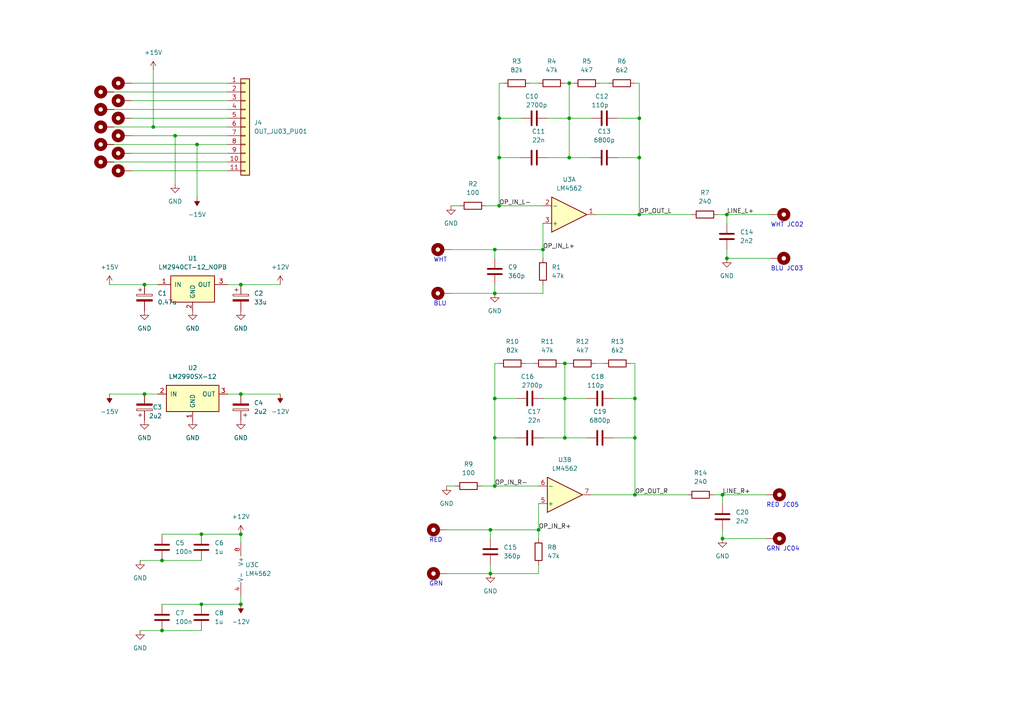
<source format=kicad_sch>
(kicad_sch (version 20211123) (generator eeschema)

  (uuid cceeaf23-177b-4d0d-af5a-1b2a1a2bcf2a)

  (paper "A4")

  (title_block
    (title "Vestax PDX-2000 Phono Preamp")
    (date "2024-07-22")
    (rev "1.0")
  )

  (lib_symbols
    (symbol "Amplifier_Operational:LM4562" (pin_names (offset 0.127)) (in_bom yes) (on_board yes)
      (property "Reference" "U" (id 0) (at 0 5.08 0)
        (effects (font (size 1.27 1.27)) (justify left))
      )
      (property "Value" "LM4562" (id 1) (at 0 -5.08 0)
        (effects (font (size 1.27 1.27)) (justify left))
      )
      (property "Footprint" "" (id 2) (at 0 0 0)
        (effects (font (size 1.27 1.27)) hide)
      )
      (property "Datasheet" "http://www.ti.com/lit/ds/symlink/lm4562.pdf" (id 3) (at 0 0 0)
        (effects (font (size 1.27 1.27)) hide)
      )
      (property "ki_locked" "" (id 4) (at 0 0 0)
        (effects (font (size 1.27 1.27)))
      )
      (property "ki_keywords" "dual opamp" (id 5) (at 0 0 0)
        (effects (font (size 1.27 1.27)) hide)
      )
      (property "ki_description" "Dual High-Performance, High-Fidelity Audio Operational Amplifier, DIP-8/SOIC-8/TO-99-8" (id 6) (at 0 0 0)
        (effects (font (size 1.27 1.27)) hide)
      )
      (property "ki_fp_filters" "SOIC*3.9x4.9mm*P1.27mm* DIP*W7.62mm* TO*99* OnSemi*Micro8* TSSOP*3x3mm*P0.65mm* TSSOP*4.4x3mm*P0.65mm* MSOP*3x3mm*P0.65mm* SSOP*3.9x4.9mm*P0.635mm* LFCSP*2x2mm*P0.5mm* *SIP* SOIC*5.3x6.2mm*P1.27mm*" (id 7) (at 0 0 0)
        (effects (font (size 1.27 1.27)) hide)
      )
      (symbol "LM4562_1_1"
        (polyline
          (pts
            (xy -5.08 5.08)
            (xy 5.08 0)
            (xy -5.08 -5.08)
            (xy -5.08 5.08)
          )
          (stroke (width 0.254) (type default) (color 0 0 0 0))
          (fill (type background))
        )
        (pin output line (at 7.62 0 180) (length 2.54)
          (name "~" (effects (font (size 1.27 1.27))))
          (number "1" (effects (font (size 1.27 1.27))))
        )
        (pin input line (at -7.62 -2.54 0) (length 2.54)
          (name "-" (effects (font (size 1.27 1.27))))
          (number "2" (effects (font (size 1.27 1.27))))
        )
        (pin input line (at -7.62 2.54 0) (length 2.54)
          (name "+" (effects (font (size 1.27 1.27))))
          (number "3" (effects (font (size 1.27 1.27))))
        )
      )
      (symbol "LM4562_2_1"
        (polyline
          (pts
            (xy -5.08 5.08)
            (xy 5.08 0)
            (xy -5.08 -5.08)
            (xy -5.08 5.08)
          )
          (stroke (width 0.254) (type default) (color 0 0 0 0))
          (fill (type background))
        )
        (pin input line (at -7.62 2.54 0) (length 2.54)
          (name "+" (effects (font (size 1.27 1.27))))
          (number "5" (effects (font (size 1.27 1.27))))
        )
        (pin input line (at -7.62 -2.54 0) (length 2.54)
          (name "-" (effects (font (size 1.27 1.27))))
          (number "6" (effects (font (size 1.27 1.27))))
        )
        (pin output line (at 7.62 0 180) (length 2.54)
          (name "~" (effects (font (size 1.27 1.27))))
          (number "7" (effects (font (size 1.27 1.27))))
        )
      )
      (symbol "LM4562_3_1"
        (pin power_in line (at -2.54 -7.62 90) (length 3.81)
          (name "V-" (effects (font (size 1.27 1.27))))
          (number "4" (effects (font (size 1.27 1.27))))
        )
        (pin power_in line (at -2.54 7.62 270) (length 3.81)
          (name "V+" (effects (font (size 1.27 1.27))))
          (number "8" (effects (font (size 1.27 1.27))))
        )
      )
    )
    (symbol "Connector_Generic:Conn_01x11" (pin_names (offset 1.016) hide) (in_bom yes) (on_board yes)
      (property "Reference" "J" (id 0) (at 0 15.24 0)
        (effects (font (size 1.27 1.27)))
      )
      (property "Value" "Conn_01x11" (id 1) (at 0 -15.24 0)
        (effects (font (size 1.27 1.27)))
      )
      (property "Footprint" "" (id 2) (at 0 0 0)
        (effects (font (size 1.27 1.27)) hide)
      )
      (property "Datasheet" "~" (id 3) (at 0 0 0)
        (effects (font (size 1.27 1.27)) hide)
      )
      (property "ki_keywords" "connector" (id 4) (at 0 0 0)
        (effects (font (size 1.27 1.27)) hide)
      )
      (property "ki_description" "Generic connector, single row, 01x11, script generated (kicad-library-utils/schlib/autogen/connector/)" (id 5) (at 0 0 0)
        (effects (font (size 1.27 1.27)) hide)
      )
      (property "ki_fp_filters" "Connector*:*_1x??_*" (id 6) (at 0 0 0)
        (effects (font (size 1.27 1.27)) hide)
      )
      (symbol "Conn_01x11_1_1"
        (rectangle (start -1.27 -12.573) (end 0 -12.827)
          (stroke (width 0.1524) (type default) (color 0 0 0 0))
          (fill (type none))
        )
        (rectangle (start -1.27 -10.033) (end 0 -10.287)
          (stroke (width 0.1524) (type default) (color 0 0 0 0))
          (fill (type none))
        )
        (rectangle (start -1.27 -7.493) (end 0 -7.747)
          (stroke (width 0.1524) (type default) (color 0 0 0 0))
          (fill (type none))
        )
        (rectangle (start -1.27 -4.953) (end 0 -5.207)
          (stroke (width 0.1524) (type default) (color 0 0 0 0))
          (fill (type none))
        )
        (rectangle (start -1.27 -2.413) (end 0 -2.667)
          (stroke (width 0.1524) (type default) (color 0 0 0 0))
          (fill (type none))
        )
        (rectangle (start -1.27 0.127) (end 0 -0.127)
          (stroke (width 0.1524) (type default) (color 0 0 0 0))
          (fill (type none))
        )
        (rectangle (start -1.27 2.667) (end 0 2.413)
          (stroke (width 0.1524) (type default) (color 0 0 0 0))
          (fill (type none))
        )
        (rectangle (start -1.27 5.207) (end 0 4.953)
          (stroke (width 0.1524) (type default) (color 0 0 0 0))
          (fill (type none))
        )
        (rectangle (start -1.27 7.747) (end 0 7.493)
          (stroke (width 0.1524) (type default) (color 0 0 0 0))
          (fill (type none))
        )
        (rectangle (start -1.27 10.287) (end 0 10.033)
          (stroke (width 0.1524) (type default) (color 0 0 0 0))
          (fill (type none))
        )
        (rectangle (start -1.27 12.827) (end 0 12.573)
          (stroke (width 0.1524) (type default) (color 0 0 0 0))
          (fill (type none))
        )
        (rectangle (start -1.27 13.97) (end 1.27 -13.97)
          (stroke (width 0.254) (type default) (color 0 0 0 0))
          (fill (type background))
        )
        (pin passive line (at -5.08 12.7 0) (length 3.81)
          (name "Pin_1" (effects (font (size 1.27 1.27))))
          (number "1" (effects (font (size 1.27 1.27))))
        )
        (pin passive line (at -5.08 -10.16 0) (length 3.81)
          (name "Pin_10" (effects (font (size 1.27 1.27))))
          (number "10" (effects (font (size 1.27 1.27))))
        )
        (pin passive line (at -5.08 -12.7 0) (length 3.81)
          (name "Pin_11" (effects (font (size 1.27 1.27))))
          (number "11" (effects (font (size 1.27 1.27))))
        )
        (pin passive line (at -5.08 10.16 0) (length 3.81)
          (name "Pin_2" (effects (font (size 1.27 1.27))))
          (number "2" (effects (font (size 1.27 1.27))))
        )
        (pin passive line (at -5.08 7.62 0) (length 3.81)
          (name "Pin_3" (effects (font (size 1.27 1.27))))
          (number "3" (effects (font (size 1.27 1.27))))
        )
        (pin passive line (at -5.08 5.08 0) (length 3.81)
          (name "Pin_4" (effects (font (size 1.27 1.27))))
          (number "4" (effects (font (size 1.27 1.27))))
        )
        (pin passive line (at -5.08 2.54 0) (length 3.81)
          (name "Pin_5" (effects (font (size 1.27 1.27))))
          (number "5" (effects (font (size 1.27 1.27))))
        )
        (pin passive line (at -5.08 0 0) (length 3.81)
          (name "Pin_6" (effects (font (size 1.27 1.27))))
          (number "6" (effects (font (size 1.27 1.27))))
        )
        (pin passive line (at -5.08 -2.54 0) (length 3.81)
          (name "Pin_7" (effects (font (size 1.27 1.27))))
          (number "7" (effects (font (size 1.27 1.27))))
        )
        (pin passive line (at -5.08 -5.08 0) (length 3.81)
          (name "Pin_8" (effects (font (size 1.27 1.27))))
          (number "8" (effects (font (size 1.27 1.27))))
        )
        (pin passive line (at -5.08 -7.62 0) (length 3.81)
          (name "Pin_9" (effects (font (size 1.27 1.27))))
          (number "9" (effects (font (size 1.27 1.27))))
        )
      )
    )
    (symbol "Device:C" (pin_numbers hide) (pin_names (offset 0.254)) (in_bom yes) (on_board yes)
      (property "Reference" "C" (id 0) (at 0.635 2.54 0)
        (effects (font (size 1.27 1.27)) (justify left))
      )
      (property "Value" "C" (id 1) (at 0.635 -2.54 0)
        (effects (font (size 1.27 1.27)) (justify left))
      )
      (property "Footprint" "" (id 2) (at 0.9652 -3.81 0)
        (effects (font (size 1.27 1.27)) hide)
      )
      (property "Datasheet" "~" (id 3) (at 0 0 0)
        (effects (font (size 1.27 1.27)) hide)
      )
      (property "ki_keywords" "cap capacitor" (id 4) (at 0 0 0)
        (effects (font (size 1.27 1.27)) hide)
      )
      (property "ki_description" "Unpolarized capacitor" (id 5) (at 0 0 0)
        (effects (font (size 1.27 1.27)) hide)
      )
      (property "ki_fp_filters" "C_*" (id 6) (at 0 0 0)
        (effects (font (size 1.27 1.27)) hide)
      )
      (symbol "C_0_1"
        (polyline
          (pts
            (xy -2.032 -0.762)
            (xy 2.032 -0.762)
          )
          (stroke (width 0.508) (type default) (color 0 0 0 0))
          (fill (type none))
        )
        (polyline
          (pts
            (xy -2.032 0.762)
            (xy 2.032 0.762)
          )
          (stroke (width 0.508) (type default) (color 0 0 0 0))
          (fill (type none))
        )
      )
      (symbol "C_1_1"
        (pin passive line (at 0 3.81 270) (length 2.794)
          (name "~" (effects (font (size 1.27 1.27))))
          (number "1" (effects (font (size 1.27 1.27))))
        )
        (pin passive line (at 0 -3.81 90) (length 2.794)
          (name "~" (effects (font (size 1.27 1.27))))
          (number "2" (effects (font (size 1.27 1.27))))
        )
      )
    )
    (symbol "Device:C_Polarized" (pin_numbers hide) (pin_names (offset 0.254)) (in_bom yes) (on_board yes)
      (property "Reference" "C" (id 0) (at 0.635 2.54 0)
        (effects (font (size 1.27 1.27)) (justify left))
      )
      (property "Value" "C_Polarized" (id 1) (at 0.635 -2.54 0)
        (effects (font (size 1.27 1.27)) (justify left))
      )
      (property "Footprint" "" (id 2) (at 0.9652 -3.81 0)
        (effects (font (size 1.27 1.27)) hide)
      )
      (property "Datasheet" "~" (id 3) (at 0 0 0)
        (effects (font (size 1.27 1.27)) hide)
      )
      (property "ki_keywords" "cap capacitor" (id 4) (at 0 0 0)
        (effects (font (size 1.27 1.27)) hide)
      )
      (property "ki_description" "Polarized capacitor" (id 5) (at 0 0 0)
        (effects (font (size 1.27 1.27)) hide)
      )
      (property "ki_fp_filters" "CP_*" (id 6) (at 0 0 0)
        (effects (font (size 1.27 1.27)) hide)
      )
      (symbol "C_Polarized_0_1"
        (rectangle (start -2.286 0.508) (end 2.286 1.016)
          (stroke (width 0) (type default) (color 0 0 0 0))
          (fill (type none))
        )
        (polyline
          (pts
            (xy -1.778 2.286)
            (xy -0.762 2.286)
          )
          (stroke (width 0) (type default) (color 0 0 0 0))
          (fill (type none))
        )
        (polyline
          (pts
            (xy -1.27 2.794)
            (xy -1.27 1.778)
          )
          (stroke (width 0) (type default) (color 0 0 0 0))
          (fill (type none))
        )
        (rectangle (start 2.286 -0.508) (end -2.286 -1.016)
          (stroke (width 0) (type default) (color 0 0 0 0))
          (fill (type outline))
        )
      )
      (symbol "C_Polarized_1_1"
        (pin passive line (at 0 3.81 270) (length 2.794)
          (name "~" (effects (font (size 1.27 1.27))))
          (number "1" (effects (font (size 1.27 1.27))))
        )
        (pin passive line (at 0 -3.81 90) (length 2.794)
          (name "~" (effects (font (size 1.27 1.27))))
          (number "2" (effects (font (size 1.27 1.27))))
        )
      )
    )
    (symbol "Device:R" (pin_numbers hide) (pin_names (offset 0)) (in_bom yes) (on_board yes)
      (property "Reference" "R" (id 0) (at 2.032 0 90)
        (effects (font (size 1.27 1.27)))
      )
      (property "Value" "R" (id 1) (at 0 0 90)
        (effects (font (size 1.27 1.27)))
      )
      (property "Footprint" "" (id 2) (at -1.778 0 90)
        (effects (font (size 1.27 1.27)) hide)
      )
      (property "Datasheet" "~" (id 3) (at 0 0 0)
        (effects (font (size 1.27 1.27)) hide)
      )
      (property "ki_keywords" "R res resistor" (id 4) (at 0 0 0)
        (effects (font (size 1.27 1.27)) hide)
      )
      (property "ki_description" "Resistor" (id 5) (at 0 0 0)
        (effects (font (size 1.27 1.27)) hide)
      )
      (property "ki_fp_filters" "R_*" (id 6) (at 0 0 0)
        (effects (font (size 1.27 1.27)) hide)
      )
      (symbol "R_0_1"
        (rectangle (start -1.016 -2.54) (end 1.016 2.54)
          (stroke (width 0.254) (type default) (color 0 0 0 0))
          (fill (type none))
        )
      )
      (symbol "R_1_1"
        (pin passive line (at 0 3.81 270) (length 1.27)
          (name "~" (effects (font (size 1.27 1.27))))
          (number "1" (effects (font (size 1.27 1.27))))
        )
        (pin passive line (at 0 -3.81 90) (length 1.27)
          (name "~" (effects (font (size 1.27 1.27))))
          (number "2" (effects (font (size 1.27 1.27))))
        )
      )
    )
    (symbol "LM2940-12:LM2940CT-12_NOPB" (pin_names (offset 1.016)) (in_bom yes) (on_board yes)
      (property "Reference" "U" (id 0) (at -6.35 -5.08 0)
        (effects (font (size 1.27 1.27)) (justify left))
      )
      (property "Value" "LM2940CT-12_NOPB" (id 1) (at 0 5.08 0)
        (effects (font (size 1.27 1.27)))
      )
      (property "Footprint" "TO_SOT_Packages_THT:TO-220_Vertical" (id 2) (at 0 -8.89 0)
        (effects (font (size 1.27 1.27) italic) hide)
      )
      (property "Datasheet" "http://www.ti.com/lit/gpn/lm2940c" (id 3) (at 0 0 0)
        (effects (font (size 1.27 1.27)) hide)
      )
      (property "ki_keywords" "LDO Voltage Regulator 1A Positive" (id 4) (at 0 0 0)
        (effects (font (size 1.27 1.27)) hide)
      )
      (property "ki_description" "1A 26V LDO Linear Regulator, Fixed Output 5.0/8.0/9.0/10/12/15V, TO-220" (id 5) (at 0 0 0)
        (effects (font (size 1.27 1.27)) hide)
      )
      (property "ki_fp_filters" "TO-220" (id 6) (at 0 0 0)
        (effects (font (size 1.27 1.27)) hide)
      )
      (symbol "LM2940CT-12_NOPB_0_1"
        (rectangle (start -6.35 3.81) (end 6.35 -3.81)
          (stroke (width 0.254) (type default) (color 0 0 0 0))
          (fill (type background))
        )
      )
      (symbol "LM2940CT-12_NOPB_1_1"
        (pin input line (at -10.16 1.27 0) (length 3.81)
          (name "IN" (effects (font (size 1.27 1.27))))
          (number "1" (effects (font (size 1.27 1.27))))
        )
        (pin power_in line (at 0 -6.35 90) (length 2.54)
          (name "GND" (effects (font (size 1.27 1.27))))
          (number "2" (effects (font (size 1.27 1.27))))
        )
        (pin power_out line (at 10.16 1.27 180) (length 3.81)
          (name "OUT" (effects (font (size 1.27 1.27))))
          (number "3" (effects (font (size 1.27 1.27))))
        )
      )
    )
    (symbol "Mechanical:MountingHole_Pad" (pin_numbers hide) (pin_names (offset 1.016) hide) (in_bom yes) (on_board yes)
      (property "Reference" "H" (id 0) (at 0 6.35 0)
        (effects (font (size 1.27 1.27)))
      )
      (property "Value" "MountingHole_Pad" (id 1) (at 0 4.445 0)
        (effects (font (size 1.27 1.27)))
      )
      (property "Footprint" "" (id 2) (at 0 0 0)
        (effects (font (size 1.27 1.27)) hide)
      )
      (property "Datasheet" "~" (id 3) (at 0 0 0)
        (effects (font (size 1.27 1.27)) hide)
      )
      (property "ki_keywords" "mounting hole" (id 4) (at 0 0 0)
        (effects (font (size 1.27 1.27)) hide)
      )
      (property "ki_description" "Mounting Hole with connection" (id 5) (at 0 0 0)
        (effects (font (size 1.27 1.27)) hide)
      )
      (property "ki_fp_filters" "MountingHole*Pad*" (id 6) (at 0 0 0)
        (effects (font (size 1.27 1.27)) hide)
      )
      (symbol "MountingHole_Pad_0_1"
        (circle (center 0 1.27) (radius 1.27)
          (stroke (width 1.27) (type default) (color 0 0 0 0))
          (fill (type none))
        )
      )
      (symbol "MountingHole_Pad_1_1"
        (pin input line (at 0 -2.54 90) (length 2.54)
          (name "1" (effects (font (size 1.27 1.27))))
          (number "1" (effects (font (size 1.27 1.27))))
        )
      )
    )
    (symbol "Regulator_Linear:LM2990SX-12" (pin_names (offset 1.016)) (in_bom yes) (on_board yes)
      (property "Reference" "U" (id 0) (at -7.874 4.064 0)
        (effects (font (size 1.27 1.27)) (justify left))
      )
      (property "Value" "LM2990SX-12" (id 1) (at -3.048 4.064 0)
        (effects (font (size 1.27 1.27)) (justify left))
      )
      (property "Footprint" "" (id 2) (at 0 -10.16 0)
        (effects (font (size 1.27 1.27)) hide)
      )
      (property "Datasheet" "http://www.ti.com/lit/ds/symlink/lm2990.pdf" (id 3) (at -31.75 19.05 0)
        (effects (font (size 1.27 1.27)) hide)
      )
      (property "ki_keywords" "Negative voltage regulator" (id 4) (at 0 0 0)
        (effects (font (size 1.27 1.27)) hide)
      )
      (property "ki_description" "Three termianl low-dropout 1A negative voltage regulator, Input -6V to -26V, Out -12V" (id 5) (at 0 0 0)
        (effects (font (size 1.27 1.27)) hide)
      )
      (property "ki_fp_filters" "TO?263*TabPin2* TO?220*" (id 6) (at 0 0 0)
        (effects (font (size 1.27 1.27)) hide)
      )
      (symbol "LM2990SX-12_0_1"
        (rectangle (start -7.62 2.54) (end 7.62 -5.08)
          (stroke (width 0.254) (type default) (color 0 0 0 0))
          (fill (type background))
        )
      )
      (symbol "LM2990SX-12_1_1"
        (pin power_in line (at 0 -7.62 90) (length 2.54)
          (name "GND" (effects (font (size 1.27 1.27))))
          (number "1" (effects (font (size 1.27 1.27))))
        )
        (pin power_in line (at -10.16 0 0) (length 2.54)
          (name "IN" (effects (font (size 1.27 1.27))))
          (number "2" (effects (font (size 1.27 1.27))))
        )
        (pin power_out line (at 10.16 0 180) (length 2.54)
          (name "OUT" (effects (font (size 1.27 1.27))))
          (number "3" (effects (font (size 1.27 1.27))))
        )
      )
    )
    (symbol "power:+12V" (power) (pin_names (offset 0)) (in_bom yes) (on_board yes)
      (property "Reference" "#PWR" (id 0) (at 0 -3.81 0)
        (effects (font (size 1.27 1.27)) hide)
      )
      (property "Value" "+12V" (id 1) (at 0 3.556 0)
        (effects (font (size 1.27 1.27)))
      )
      (property "Footprint" "" (id 2) (at 0 0 0)
        (effects (font (size 1.27 1.27)) hide)
      )
      (property "Datasheet" "" (id 3) (at 0 0 0)
        (effects (font (size 1.27 1.27)) hide)
      )
      (property "ki_keywords" "global power" (id 4) (at 0 0 0)
        (effects (font (size 1.27 1.27)) hide)
      )
      (property "ki_description" "Power symbol creates a global label with name \"+12V\"" (id 5) (at 0 0 0)
        (effects (font (size 1.27 1.27)) hide)
      )
      (symbol "+12V_0_1"
        (polyline
          (pts
            (xy -0.762 1.27)
            (xy 0 2.54)
          )
          (stroke (width 0) (type default) (color 0 0 0 0))
          (fill (type none))
        )
        (polyline
          (pts
            (xy 0 0)
            (xy 0 2.54)
          )
          (stroke (width 0) (type default) (color 0 0 0 0))
          (fill (type none))
        )
        (polyline
          (pts
            (xy 0 2.54)
            (xy 0.762 1.27)
          )
          (stroke (width 0) (type default) (color 0 0 0 0))
          (fill (type none))
        )
      )
      (symbol "+12V_1_1"
        (pin power_in line (at 0 0 90) (length 0) hide
          (name "+12V" (effects (font (size 1.27 1.27))))
          (number "1" (effects (font (size 1.27 1.27))))
        )
      )
    )
    (symbol "power:+15V" (power) (pin_names (offset 0)) (in_bom yes) (on_board yes)
      (property "Reference" "#PWR" (id 0) (at 0 -3.81 0)
        (effects (font (size 1.27 1.27)) hide)
      )
      (property "Value" "+15V" (id 1) (at 0 3.556 0)
        (effects (font (size 1.27 1.27)))
      )
      (property "Footprint" "" (id 2) (at 0 0 0)
        (effects (font (size 1.27 1.27)) hide)
      )
      (property "Datasheet" "" (id 3) (at 0 0 0)
        (effects (font (size 1.27 1.27)) hide)
      )
      (property "ki_keywords" "global power" (id 4) (at 0 0 0)
        (effects (font (size 1.27 1.27)) hide)
      )
      (property "ki_description" "Power symbol creates a global label with name \"+15V\"" (id 5) (at 0 0 0)
        (effects (font (size 1.27 1.27)) hide)
      )
      (symbol "+15V_0_1"
        (polyline
          (pts
            (xy -0.762 1.27)
            (xy 0 2.54)
          )
          (stroke (width 0) (type default) (color 0 0 0 0))
          (fill (type none))
        )
        (polyline
          (pts
            (xy 0 0)
            (xy 0 2.54)
          )
          (stroke (width 0) (type default) (color 0 0 0 0))
          (fill (type none))
        )
        (polyline
          (pts
            (xy 0 2.54)
            (xy 0.762 1.27)
          )
          (stroke (width 0) (type default) (color 0 0 0 0))
          (fill (type none))
        )
      )
      (symbol "+15V_1_1"
        (pin power_in line (at 0 0 90) (length 0) hide
          (name "+15V" (effects (font (size 1.27 1.27))))
          (number "1" (effects (font (size 1.27 1.27))))
        )
      )
    )
    (symbol "power:-12V" (power) (pin_names (offset 0)) (in_bom yes) (on_board yes)
      (property "Reference" "#PWR" (id 0) (at 0 2.54 0)
        (effects (font (size 1.27 1.27)) hide)
      )
      (property "Value" "-12V" (id 1) (at 0 3.81 0)
        (effects (font (size 1.27 1.27)))
      )
      (property "Footprint" "" (id 2) (at 0 0 0)
        (effects (font (size 1.27 1.27)) hide)
      )
      (property "Datasheet" "" (id 3) (at 0 0 0)
        (effects (font (size 1.27 1.27)) hide)
      )
      (property "ki_keywords" "global power" (id 4) (at 0 0 0)
        (effects (font (size 1.27 1.27)) hide)
      )
      (property "ki_description" "Power symbol creates a global label with name \"-12V\"" (id 5) (at 0 0 0)
        (effects (font (size 1.27 1.27)) hide)
      )
      (symbol "-12V_0_0"
        (pin power_in line (at 0 0 90) (length 0) hide
          (name "-12V" (effects (font (size 1.27 1.27))))
          (number "1" (effects (font (size 1.27 1.27))))
        )
      )
      (symbol "-12V_0_1"
        (polyline
          (pts
            (xy 0 0)
            (xy 0 1.27)
            (xy 0.762 1.27)
            (xy 0 2.54)
            (xy -0.762 1.27)
            (xy 0 1.27)
          )
          (stroke (width 0) (type default) (color 0 0 0 0))
          (fill (type outline))
        )
      )
    )
    (symbol "power:-15V" (power) (pin_names (offset 0)) (in_bom yes) (on_board yes)
      (property "Reference" "#PWR" (id 0) (at 0 2.54 0)
        (effects (font (size 1.27 1.27)) hide)
      )
      (property "Value" "-15V" (id 1) (at 0 3.81 0)
        (effects (font (size 1.27 1.27)))
      )
      (property "Footprint" "" (id 2) (at 0 0 0)
        (effects (font (size 1.27 1.27)) hide)
      )
      (property "Datasheet" "" (id 3) (at 0 0 0)
        (effects (font (size 1.27 1.27)) hide)
      )
      (property "ki_keywords" "global power" (id 4) (at 0 0 0)
        (effects (font (size 1.27 1.27)) hide)
      )
      (property "ki_description" "Power symbol creates a global label with name \"-15V\"" (id 5) (at 0 0 0)
        (effects (font (size 1.27 1.27)) hide)
      )
      (symbol "-15V_0_0"
        (pin power_in line (at 0 0 90) (length 0) hide
          (name "-15V" (effects (font (size 1.27 1.27))))
          (number "1" (effects (font (size 1.27 1.27))))
        )
      )
      (symbol "-15V_0_1"
        (polyline
          (pts
            (xy 0 0)
            (xy 0 1.27)
            (xy 0.762 1.27)
            (xy 0 2.54)
            (xy -0.762 1.27)
            (xy 0 1.27)
          )
          (stroke (width 0) (type default) (color 0 0 0 0))
          (fill (type outline))
        )
      )
    )
    (symbol "power:GND" (power) (pin_names (offset 0)) (in_bom yes) (on_board yes)
      (property "Reference" "#PWR" (id 0) (at 0 -6.35 0)
        (effects (font (size 1.27 1.27)) hide)
      )
      (property "Value" "GND" (id 1) (at 0 -3.81 0)
        (effects (font (size 1.27 1.27)))
      )
      (property "Footprint" "" (id 2) (at 0 0 0)
        (effects (font (size 1.27 1.27)) hide)
      )
      (property "Datasheet" "" (id 3) (at 0 0 0)
        (effects (font (size 1.27 1.27)) hide)
      )
      (property "ki_keywords" "global power" (id 4) (at 0 0 0)
        (effects (font (size 1.27 1.27)) hide)
      )
      (property "ki_description" "Power symbol creates a global label with name \"GND\" , ground" (id 5) (at 0 0 0)
        (effects (font (size 1.27 1.27)) hide)
      )
      (symbol "GND_0_1"
        (polyline
          (pts
            (xy 0 0)
            (xy 0 -1.27)
            (xy 1.27 -1.27)
            (xy 0 -2.54)
            (xy -1.27 -1.27)
            (xy 0 -1.27)
          )
          (stroke (width 0) (type default) (color 0 0 0 0))
          (fill (type none))
        )
      )
      (symbol "GND_1_1"
        (pin power_in line (at 0 0 270) (length 0) hide
          (name "GND" (effects (font (size 1.27 1.27))))
          (number "1" (effects (font (size 1.27 1.27))))
        )
      )
    )
  )

  (junction (at 209.55 156.21) (diameter 0) (color 0 0 0 0)
    (uuid 02f338fc-b935-4fd5-b04b-22e568d837f7)
  )
  (junction (at 46.99 182.88) (diameter 0) (color 0 0 0 0)
    (uuid 041486c2-44fa-4ee7-914e-153edf862170)
  )
  (junction (at 143.51 115.57) (diameter 0) (color 0 0 0 0)
    (uuid 05c1235c-7141-4332-a4d2-952da949b7b8)
  )
  (junction (at 184.15 143.51) (diameter 0) (color 0 0 0 0)
    (uuid 076af7d5-fc25-40b6-a931-8e22da8a8109)
  )
  (junction (at 69.85 154.94) (diameter 0) (color 0 0 0 0)
    (uuid 145aa35e-7022-42bf-a5cf-b829c0e47ca8)
  )
  (junction (at 57.15 41.91) (diameter 0) (color 0 0 0 0)
    (uuid 1d3fb09e-8295-4272-91d6-939cb921759e)
  )
  (junction (at 44.45 36.83) (diameter 0) (color 0 0 0 0)
    (uuid 24e5dde0-13d1-4a30-826e-d889a26ae4d8)
  )
  (junction (at 144.78 34.29) (diameter 0) (color 0 0 0 0)
    (uuid 2593997d-b9aa-457d-8478-6c1e5f57feee)
  )
  (junction (at 143.51 72.39) (diameter 0) (color 0 0 0 0)
    (uuid 29337879-fcd6-4062-85da-9e7a9b19ffa6)
  )
  (junction (at 144.78 45.72) (diameter 0) (color 0 0 0 0)
    (uuid 29d8462d-627b-4185-9462-6e26f160ea6d)
  )
  (junction (at 142.24 153.67) (diameter 0) (color 0 0 0 0)
    (uuid 2a302b50-d119-4459-a55c-44b815b2b0a1)
  )
  (junction (at 58.42 154.94) (diameter 0) (color 0 0 0 0)
    (uuid 2aa44dee-7fe7-42f6-9a24-b9f76d200064)
  )
  (junction (at 156.21 153.67) (diameter 0) (color 0 0 0 0)
    (uuid 3a1d63f1-6f86-4ff8-9255-e2f542d2ec25)
  )
  (junction (at 143.51 85.09) (diameter 0) (color 0 0 0 0)
    (uuid 42f37609-06f6-4b5e-81bf-24230ae1c380)
  )
  (junction (at 58.42 175.26) (diameter 0) (color 0 0 0 0)
    (uuid 499c59ef-6144-4c6f-a96d-a857e72da814)
  )
  (junction (at 69.85 82.55) (diameter 0) (color 0 0 0 0)
    (uuid 540e9043-58c3-4809-b709-00fb99184c37)
  )
  (junction (at 144.78 59.69) (diameter 0) (color 0 0 0 0)
    (uuid 60dc2d4e-14b8-476b-ae1d-50da71d330f7)
  )
  (junction (at 184.15 115.57) (diameter 0) (color 0 0 0 0)
    (uuid 61476743-f7a1-494e-88ab-540852cfac68)
  )
  (junction (at 163.83 115.57) (diameter 0) (color 0 0 0 0)
    (uuid 79356856-b21f-447a-b5d7-819cafdfe8d3)
  )
  (junction (at 41.91 114.3) (diameter 0) (color 0 0 0 0)
    (uuid 83398d0e-a9e3-497e-868d-45ee0df9a991)
  )
  (junction (at 185.42 62.23) (diameter 0) (color 0 0 0 0)
    (uuid 863962e7-a9cc-496e-8cac-95e438e68e56)
  )
  (junction (at 143.51 140.97) (diameter 0) (color 0 0 0 0)
    (uuid 88c24783-e5c6-49a6-a71a-ff30e8ce8c43)
  )
  (junction (at 184.15 127) (diameter 0) (color 0 0 0 0)
    (uuid 8e84f3ee-547b-416c-adfc-32cdd79db3d0)
  )
  (junction (at 50.8 39.37) (diameter 0) (color 0 0 0 0)
    (uuid 9aaa5468-f873-4ddf-bc59-863b4ea2352f)
  )
  (junction (at 165.1 34.29) (diameter 0) (color 0 0 0 0)
    (uuid 9b7e5627-22b2-4aad-a299-040af13bea3b)
  )
  (junction (at 185.42 45.72) (diameter 0) (color 0 0 0 0)
    (uuid a3d96683-5a66-496f-b524-42d92daa91c8)
  )
  (junction (at 143.51 127) (diameter 0) (color 0 0 0 0)
    (uuid a62730e8-b563-48e6-98d2-2ed3a73d0985)
  )
  (junction (at 69.85 175.26) (diameter 0) (color 0 0 0 0)
    (uuid a81ea4be-40f1-436d-97d8-47b7f1457594)
  )
  (junction (at 209.55 143.51) (diameter 0) (color 0 0 0 0)
    (uuid b35a7acc-5b29-4ba7-9530-d79f8efe8e89)
  )
  (junction (at 163.83 127) (diameter 0) (color 0 0 0 0)
    (uuid c30a8701-97fc-45cf-a26c-ec1b9b0631e7)
  )
  (junction (at 69.85 114.3) (diameter 0) (color 0 0 0 0)
    (uuid d875dccf-6ef5-45cc-97df-c60e086c6ccc)
  )
  (junction (at 165.1 45.72) (diameter 0) (color 0 0 0 0)
    (uuid d9bf9461-e09b-432b-a5bd-5704fdbda8be)
  )
  (junction (at 185.42 34.29) (diameter 0) (color 0 0 0 0)
    (uuid dee151d9-92ff-42da-b98b-46b0910b099c)
  )
  (junction (at 157.48 72.39) (diameter 0) (color 0 0 0 0)
    (uuid e56bd8b5-20cf-418c-9dce-0beb7d85d108)
  )
  (junction (at 142.24 166.37) (diameter 0) (color 0 0 0 0)
    (uuid ed57b8b4-3dc4-4f89-b30c-2bde3ffdb3f5)
  )
  (junction (at 46.99 162.56) (diameter 0) (color 0 0 0 0)
    (uuid ee590c5c-f9d6-4a21-9b9c-884bd94be162)
  )
  (junction (at 41.91 82.55) (diameter 0) (color 0 0 0 0)
    (uuid ef38a65c-8127-487c-83d9-7c664d13e114)
  )
  (junction (at 210.82 74.93) (diameter 0) (color 0 0 0 0)
    (uuid f0d8e268-707f-4de7-b020-78e8bf438928)
  )
  (junction (at 210.82 62.23) (diameter 0) (color 0 0 0 0)
    (uuid f686d9eb-4d3b-4ebe-9160-e239de5aa650)
  )
  (junction (at 165.1 24.13) (diameter 0) (color 0 0 0 0)
    (uuid fabf325b-8040-4309-b1cd-04e9db5d8e46)
  )
  (junction (at 163.83 105.41) (diameter 0) (color 0 0 0 0)
    (uuid ff0432c0-5a63-4593-8388-11e312225b28)
  )

  (wire (pts (xy 208.28 62.23) (xy 210.82 62.23))
    (stroke (width 0) (type default) (color 0 0 0 0))
    (uuid 01c1020a-acf0-4f2f-9afb-1a0681a0f2b2)
  )
  (wire (pts (xy 163.83 105.41) (xy 165.1 105.41))
    (stroke (width 0) (type default) (color 0 0 0 0))
    (uuid 01c9e36b-7dff-41d2-b097-2a25cf739907)
  )
  (wire (pts (xy 163.83 24.13) (xy 165.1 24.13))
    (stroke (width 0) (type default) (color 0 0 0 0))
    (uuid 01f66b93-9cb8-4075-b399-91b9d56dd6f1)
  )
  (wire (pts (xy 210.82 74.93) (xy 210.82 72.39))
    (stroke (width 0) (type default) (color 0 0 0 0))
    (uuid 04436e46-522b-497a-9a14-33b04c4bf506)
  )
  (wire (pts (xy 157.48 115.57) (xy 163.83 115.57))
    (stroke (width 0) (type default) (color 0 0 0 0))
    (uuid 0508f6d5-d26e-475e-8ac3-d9b8ec9cae54)
  )
  (wire (pts (xy 66.04 82.55) (xy 69.85 82.55))
    (stroke (width 0) (type default) (color 0 0 0 0))
    (uuid 078ab5c1-ee4f-4f88-a7e8-e02ebe1d335a)
  )
  (wire (pts (xy 69.85 82.55) (xy 81.28 82.55))
    (stroke (width 0) (type default) (color 0 0 0 0))
    (uuid 0812a623-5cf5-478c-909b-f13e3bcf9c31)
  )
  (wire (pts (xy 33.02 31.75) (xy 66.04 31.75))
    (stroke (width 0) (type default) (color 0 0 0 0))
    (uuid 09fab081-e1b0-43cc-82a7-08d2210bdc2f)
  )
  (wire (pts (xy 185.42 24.13) (xy 185.42 34.29))
    (stroke (width 0) (type default) (color 0 0 0 0))
    (uuid 11cb6553-57b5-4587-91d4-b5114834bc5c)
  )
  (wire (pts (xy 156.21 153.67) (xy 156.21 146.05))
    (stroke (width 0) (type default) (color 0 0 0 0))
    (uuid 12a00336-18b8-4cce-bbdb-d1d2f8750e63)
  )
  (wire (pts (xy 165.1 24.13) (xy 166.37 24.13))
    (stroke (width 0) (type default) (color 0 0 0 0))
    (uuid 15c3fa87-e331-4a9e-b7fd-c14b0c384617)
  )
  (wire (pts (xy 38.1 44.45) (xy 66.04 44.45))
    (stroke (width 0) (type default) (color 0 0 0 0))
    (uuid 193467f3-a7f2-45b6-a942-5b7210fcf199)
  )
  (wire (pts (xy 153.67 24.13) (xy 156.21 24.13))
    (stroke (width 0) (type default) (color 0 0 0 0))
    (uuid 1962dee1-d617-4ac3-b951-0bfc4b3de3a3)
  )
  (wire (pts (xy 66.04 114.3) (xy 69.85 114.3))
    (stroke (width 0) (type default) (color 0 0 0 0))
    (uuid 1a58b96a-6217-49a0-a507-e24597d3cc1a)
  )
  (wire (pts (xy 142.24 166.37) (xy 156.21 166.37))
    (stroke (width 0) (type default) (color 0 0 0 0))
    (uuid 1ad08b8d-3ab1-4696-902f-424affd2ee3c)
  )
  (wire (pts (xy 143.51 115.57) (xy 149.86 115.57))
    (stroke (width 0) (type default) (color 0 0 0 0))
    (uuid 1d24f486-0a66-4814-90aa-256f41dc7ad3)
  )
  (wire (pts (xy 172.72 105.41) (xy 175.26 105.41))
    (stroke (width 0) (type default) (color 0 0 0 0))
    (uuid 2218d72a-c26a-4e17-ae12-ccfdbb5ff588)
  )
  (wire (pts (xy 184.15 127) (xy 184.15 143.51))
    (stroke (width 0) (type default) (color 0 0 0 0))
    (uuid 25c9400c-947d-4a9b-9979-ee74b4ee3510)
  )
  (wire (pts (xy 163.83 115.57) (xy 163.83 127))
    (stroke (width 0) (type default) (color 0 0 0 0))
    (uuid 2e64fb91-48a1-449c-9cf7-4e613c7545fd)
  )
  (wire (pts (xy 143.51 127) (xy 149.86 127))
    (stroke (width 0) (type default) (color 0 0 0 0))
    (uuid 2e7014ad-517f-48df-a49d-6971cbcb6fba)
  )
  (wire (pts (xy 144.78 45.72) (xy 144.78 59.69))
    (stroke (width 0) (type default) (color 0 0 0 0))
    (uuid 2e9de571-6d3d-4126-ac0d-1fc8334deabf)
  )
  (wire (pts (xy 172.72 62.23) (xy 185.42 62.23))
    (stroke (width 0) (type default) (color 0 0 0 0))
    (uuid 2f8e1f9e-2ecd-4ea9-a80e-c6926ca35531)
  )
  (wire (pts (xy 165.1 34.29) (xy 165.1 45.72))
    (stroke (width 0) (type default) (color 0 0 0 0))
    (uuid 3467e820-1532-4fe4-beed-1e78c79d9552)
  )
  (wire (pts (xy 184.15 115.57) (xy 177.8 115.57))
    (stroke (width 0) (type default) (color 0 0 0 0))
    (uuid 35b8fa8f-8a4f-4faf-a7d7-d18abd8e2a8c)
  )
  (wire (pts (xy 33.02 36.83) (xy 44.45 36.83))
    (stroke (width 0) (type default) (color 0 0 0 0))
    (uuid 35e140f6-4de5-4896-aabe-de27710682e5)
  )
  (wire (pts (xy 40.64 182.88) (xy 46.99 182.88))
    (stroke (width 0) (type default) (color 0 0 0 0))
    (uuid 37900bd5-d452-4803-b90a-ef54bc5bd253)
  )
  (wire (pts (xy 33.02 46.99) (xy 66.04 46.99))
    (stroke (width 0) (type default) (color 0 0 0 0))
    (uuid 3d0b1bc5-30f7-49c4-acb9-6c47a3a68d39)
  )
  (wire (pts (xy 158.75 45.72) (xy 165.1 45.72))
    (stroke (width 0) (type default) (color 0 0 0 0))
    (uuid 3d2424d1-f89c-4376-8e8f-06aa32eefea0)
  )
  (wire (pts (xy 46.99 182.88) (xy 58.42 182.88))
    (stroke (width 0) (type default) (color 0 0 0 0))
    (uuid 3dc13abc-d585-4534-a360-692cbdec20ee)
  )
  (wire (pts (xy 44.45 36.83) (xy 66.04 36.83))
    (stroke (width 0) (type default) (color 0 0 0 0))
    (uuid 3e30a381-d86b-4b58-b18b-a82832a3c6fc)
  )
  (wire (pts (xy 139.7 140.97) (xy 143.51 140.97))
    (stroke (width 0) (type default) (color 0 0 0 0))
    (uuid 3e996b98-ec51-4adb-b201-7045e1777159)
  )
  (wire (pts (xy 157.48 74.93) (xy 157.48 72.39))
    (stroke (width 0) (type default) (color 0 0 0 0))
    (uuid 3fdbe573-6a0e-4e04-8961-329793396ea6)
  )
  (wire (pts (xy 165.1 45.72) (xy 171.45 45.72))
    (stroke (width 0) (type default) (color 0 0 0 0))
    (uuid 40ba0b43-e535-48e5-9251-a5318f15edbd)
  )
  (wire (pts (xy 142.24 153.67) (xy 142.24 156.21))
    (stroke (width 0) (type default) (color 0 0 0 0))
    (uuid 42fcf6d1-ee84-4487-af48-67b5fb981e3a)
  )
  (wire (pts (xy 38.1 29.21) (xy 66.04 29.21))
    (stroke (width 0) (type default) (color 0 0 0 0))
    (uuid 4a85429d-4157-4cad-9f25-27f665cb4732)
  )
  (wire (pts (xy 129.54 166.37) (xy 142.24 166.37))
    (stroke (width 0) (type default) (color 0 0 0 0))
    (uuid 4ac3ca61-ed88-45a4-acfb-b6a2c6cc9583)
  )
  (wire (pts (xy 210.82 64.77) (xy 210.82 62.23))
    (stroke (width 0) (type default) (color 0 0 0 0))
    (uuid 4c722f9b-eaa6-4f7b-8f74-1212d9284512)
  )
  (wire (pts (xy 157.48 127) (xy 163.83 127))
    (stroke (width 0) (type default) (color 0 0 0 0))
    (uuid 506c3c86-090d-4fdf-b6a4-5221cb06a816)
  )
  (wire (pts (xy 156.21 156.21) (xy 156.21 153.67))
    (stroke (width 0) (type default) (color 0 0 0 0))
    (uuid 52311b7a-51c6-47ab-bb8d-c1640b34f521)
  )
  (wire (pts (xy 162.56 105.41) (xy 163.83 105.41))
    (stroke (width 0) (type default) (color 0 0 0 0))
    (uuid 52d34601-0cd8-4135-825e-24442f03a4c1)
  )
  (wire (pts (xy 69.85 114.3) (xy 81.28 114.3))
    (stroke (width 0) (type default) (color 0 0 0 0))
    (uuid 56382da6-10c3-4497-aa2b-3604a7505b22)
  )
  (wire (pts (xy 185.42 62.23) (xy 200.66 62.23))
    (stroke (width 0) (type default) (color 0 0 0 0))
    (uuid 565bb91f-814d-4af1-8a15-97d2cd4d3825)
  )
  (wire (pts (xy 179.07 45.72) (xy 185.42 45.72))
    (stroke (width 0) (type default) (color 0 0 0 0))
    (uuid 56c5af01-2fff-48e1-8adc-a4e0507da85c)
  )
  (wire (pts (xy 144.78 45.72) (xy 144.78 34.29))
    (stroke (width 0) (type default) (color 0 0 0 0))
    (uuid 5778034d-e691-4978-a96d-22933bc285be)
  )
  (wire (pts (xy 163.83 127) (xy 170.18 127))
    (stroke (width 0) (type default) (color 0 0 0 0))
    (uuid 58151e93-66f2-46e8-ac0a-b66b291b7a56)
  )
  (wire (pts (xy 182.88 105.41) (xy 184.15 105.41))
    (stroke (width 0) (type default) (color 0 0 0 0))
    (uuid 58dbea51-aeaa-48fa-9338-6f4208f63a3a)
  )
  (wire (pts (xy 144.78 34.29) (xy 151.13 34.29))
    (stroke (width 0) (type default) (color 0 0 0 0))
    (uuid 5bfc84ac-0c0a-480d-88c4-919820b81523)
  )
  (wire (pts (xy 173.99 24.13) (xy 176.53 24.13))
    (stroke (width 0) (type default) (color 0 0 0 0))
    (uuid 5f059bf7-6c91-4865-97bd-d8d25d7d9690)
  )
  (wire (pts (xy 143.51 105.41) (xy 144.78 105.41))
    (stroke (width 0) (type default) (color 0 0 0 0))
    (uuid 61040700-4b35-444d-9b11-fe1ebdc9795e)
  )
  (wire (pts (xy 142.24 153.67) (xy 156.21 153.67))
    (stroke (width 0) (type default) (color 0 0 0 0))
    (uuid 624512cd-78b7-4059-8adb-65b0695dca9f)
  )
  (wire (pts (xy 31.75 82.55) (xy 41.91 82.55))
    (stroke (width 0) (type default) (color 0 0 0 0))
    (uuid 63be5748-c991-4375-ad62-d3b4c5dfb997)
  )
  (wire (pts (xy 130.81 85.09) (xy 143.51 85.09))
    (stroke (width 0) (type default) (color 0 0 0 0))
    (uuid 64fcbc9c-cc5b-433b-b055-896835bb6074)
  )
  (wire (pts (xy 144.78 45.72) (xy 151.13 45.72))
    (stroke (width 0) (type default) (color 0 0 0 0))
    (uuid 68133424-cc28-4512-9129-b814efd60370)
  )
  (wire (pts (xy 50.8 39.37) (xy 66.04 39.37))
    (stroke (width 0) (type default) (color 0 0 0 0))
    (uuid 697ec1fb-41d3-4669-b396-eb2e73ac3f60)
  )
  (wire (pts (xy 33.02 41.91) (xy 57.15 41.91))
    (stroke (width 0) (type default) (color 0 0 0 0))
    (uuid 69fcb7ab-019a-4a68-8a04-bbffcc0eef97)
  )
  (wire (pts (xy 163.83 105.41) (xy 163.83 115.57))
    (stroke (width 0) (type default) (color 0 0 0 0))
    (uuid 6a8ca3e5-5d96-4716-91ae-9de5f23f84e8)
  )
  (wire (pts (xy 152.4 105.41) (xy 154.94 105.41))
    (stroke (width 0) (type default) (color 0 0 0 0))
    (uuid 6ab494b3-ed7a-4b7f-a460-1ba3adfb2ea6)
  )
  (wire (pts (xy 143.51 82.55) (xy 143.51 85.09))
    (stroke (width 0) (type default) (color 0 0 0 0))
    (uuid 6c1fab23-cb54-4f48-9f49-c7d45f06e5cc)
  )
  (wire (pts (xy 129.54 153.67) (xy 142.24 153.67))
    (stroke (width 0) (type default) (color 0 0 0 0))
    (uuid 6cc4966f-3509-4ae6-999a-697ee2d64282)
  )
  (wire (pts (xy 157.48 82.55) (xy 157.48 85.09))
    (stroke (width 0) (type default) (color 0 0 0 0))
    (uuid 6d66422d-c71a-4311-9283-70f0c8009f44)
  )
  (wire (pts (xy 58.42 154.94) (xy 69.85 154.94))
    (stroke (width 0) (type default) (color 0 0 0 0))
    (uuid 6dbc1ef9-62cb-4a04-beb9-63e057333e43)
  )
  (wire (pts (xy 46.99 175.26) (xy 58.42 175.26))
    (stroke (width 0) (type default) (color 0 0 0 0))
    (uuid 6f11664e-d91c-4aeb-aaee-74a90ccd8c77)
  )
  (wire (pts (xy 143.51 127) (xy 143.51 140.97))
    (stroke (width 0) (type default) (color 0 0 0 0))
    (uuid 73dd2416-7811-4b2f-99ec-7277bab8a2d4)
  )
  (wire (pts (xy 38.1 34.29) (xy 66.04 34.29))
    (stroke (width 0) (type default) (color 0 0 0 0))
    (uuid 750012a3-b99e-4a4e-9fa9-37bdceb6a9d1)
  )
  (wire (pts (xy 130.81 72.39) (xy 143.51 72.39))
    (stroke (width 0) (type default) (color 0 0 0 0))
    (uuid 75f8f357-b268-42ce-9a36-abab11df1948)
  )
  (wire (pts (xy 185.42 45.72) (xy 185.42 62.23))
    (stroke (width 0) (type default) (color 0 0 0 0))
    (uuid 7656637f-bd4c-47de-9f01-3061ca741af5)
  )
  (wire (pts (xy 143.51 72.39) (xy 143.51 74.93))
    (stroke (width 0) (type default) (color 0 0 0 0))
    (uuid 7c8d6f18-00f3-4c77-84d5-867fb5ff5a89)
  )
  (wire (pts (xy 165.1 24.13) (xy 165.1 34.29))
    (stroke (width 0) (type default) (color 0 0 0 0))
    (uuid 7f08158f-5c59-4b6e-854c-0517bed2d878)
  )
  (wire (pts (xy 163.83 115.57) (xy 170.18 115.57))
    (stroke (width 0) (type default) (color 0 0 0 0))
    (uuid 82f38d94-8f98-4d8c-918b-0a755fbf3df0)
  )
  (wire (pts (xy 165.1 34.29) (xy 171.45 34.29))
    (stroke (width 0) (type default) (color 0 0 0 0))
    (uuid 8c5cabd8-bba9-4c8d-9338-99f6afc2bdf9)
  )
  (polyline (pts (xy -40.64 15.24) (xy -40.64 199.39))
    (stroke (width 0) (type default) (color 0 0 0 0))
    (uuid 8e690238-9e7d-427a-a1d9-081ffd41665a)
  )

  (wire (pts (xy 46.99 154.94) (xy 58.42 154.94))
    (stroke (width 0) (type default) (color 0 0 0 0))
    (uuid 8f0f155d-3c83-490e-a50c-5b0aa2f3e690)
  )
  (wire (pts (xy 33.02 26.67) (xy 66.04 26.67))
    (stroke (width 0) (type default) (color 0 0 0 0))
    (uuid 908baaa0-fcbf-40c1-be92-cf1cfcdfb955)
  )
  (wire (pts (xy 44.45 20.32) (xy 44.45 36.83))
    (stroke (width 0) (type default) (color 0 0 0 0))
    (uuid 9422fe36-0b86-49dd-96e9-b2007f22462c)
  )
  (wire (pts (xy 209.55 156.21) (xy 222.25 156.21))
    (stroke (width 0) (type default) (color 0 0 0 0))
    (uuid 96694334-12e1-495c-a4b5-1c4d7249226c)
  )
  (wire (pts (xy 41.91 82.55) (xy 45.72 82.55))
    (stroke (width 0) (type default) (color 0 0 0 0))
    (uuid 9887e22a-7965-4f11-a519-de791c68149b)
  )
  (wire (pts (xy 144.78 24.13) (xy 144.78 34.29))
    (stroke (width 0) (type default) (color 0 0 0 0))
    (uuid 9a49c121-8ecc-4ef3-a79b-b80440d6d36c)
  )
  (wire (pts (xy 184.15 24.13) (xy 185.42 24.13))
    (stroke (width 0) (type default) (color 0 0 0 0))
    (uuid 9e9e4727-519b-4b76-a8ed-da1cea278747)
  )
  (wire (pts (xy 210.82 62.23) (xy 223.52 62.23))
    (stroke (width 0) (type default) (color 0 0 0 0))
    (uuid a0314842-4c0a-4001-a39c-d469a093802b)
  )
  (wire (pts (xy 58.42 175.26) (xy 69.85 175.26))
    (stroke (width 0) (type default) (color 0 0 0 0))
    (uuid a09f1595-3d2c-4741-8ab6-3918138a55b5)
  )
  (wire (pts (xy 209.55 156.21) (xy 209.55 153.67))
    (stroke (width 0) (type default) (color 0 0 0 0))
    (uuid a5e64b41-afa8-4895-811c-d90c86d1cb52)
  )
  (wire (pts (xy 129.54 140.97) (xy 132.08 140.97))
    (stroke (width 0) (type default) (color 0 0 0 0))
    (uuid a66a71e3-7020-4578-83c1-b0978fa11262)
  )
  (wire (pts (xy 185.42 34.29) (xy 185.42 45.72))
    (stroke (width 0) (type default) (color 0 0 0 0))
    (uuid a6fac876-49e3-415d-a7b4-dea7550a7e2c)
  )
  (wire (pts (xy 69.85 154.94) (xy 69.85 157.48))
    (stroke (width 0) (type default) (color 0 0 0 0))
    (uuid acdf03ce-d701-4811-9b7f-a173257e6529)
  )
  (wire (pts (xy 46.99 162.56) (xy 58.42 162.56))
    (stroke (width 0) (type default) (color 0 0 0 0))
    (uuid acf98b6e-51a0-41d2-b53d-52d9f97516a9)
  )
  (wire (pts (xy 185.42 34.29) (xy 179.07 34.29))
    (stroke (width 0) (type default) (color 0 0 0 0))
    (uuid ad64adde-430e-4166-aab9-4c46b291b11f)
  )
  (wire (pts (xy 143.51 105.41) (xy 143.51 115.57))
    (stroke (width 0) (type default) (color 0 0 0 0))
    (uuid aec569cc-f9a6-4087-8e93-af12e91b9af5)
  )
  (wire (pts (xy 143.51 85.09) (xy 157.48 85.09))
    (stroke (width 0) (type default) (color 0 0 0 0))
    (uuid b6c9e7e2-71d4-477b-bd11-930705c99a98)
  )
  (wire (pts (xy 171.45 143.51) (xy 184.15 143.51))
    (stroke (width 0) (type default) (color 0 0 0 0))
    (uuid b998e390-4708-4dda-aff5-db058f36fbf9)
  )
  (wire (pts (xy 209.55 143.51) (xy 222.25 143.51))
    (stroke (width 0) (type default) (color 0 0 0 0))
    (uuid bc7ccc3c-a80c-44a7-979c-1d5bffb49e22)
  )
  (wire (pts (xy 69.85 172.72) (xy 69.85 175.26))
    (stroke (width 0) (type default) (color 0 0 0 0))
    (uuid bd945ccc-f8b0-428f-a8c7-3e79bcd7e2b2)
  )
  (wire (pts (xy 158.75 34.29) (xy 165.1 34.29))
    (stroke (width 0) (type default) (color 0 0 0 0))
    (uuid be504328-f23a-487e-8bec-74d02432c499)
  )
  (wire (pts (xy 143.51 140.97) (xy 156.21 140.97))
    (stroke (width 0) (type default) (color 0 0 0 0))
    (uuid bf1168b7-79bf-4a79-a886-8da5400eeda6)
  )
  (wire (pts (xy 50.8 39.37) (xy 50.8 53.34))
    (stroke (width 0) (type default) (color 0 0 0 0))
    (uuid c0d660b5-8961-48be-88a2-c6ef3ded400a)
  )
  (wire (pts (xy 143.51 72.39) (xy 157.48 72.39))
    (stroke (width 0) (type default) (color 0 0 0 0))
    (uuid c17c6b13-9406-4b3d-ba1c-f5932d3209bb)
  )
  (wire (pts (xy 207.01 143.51) (xy 209.55 143.51))
    (stroke (width 0) (type default) (color 0 0 0 0))
    (uuid c4288adf-4f2d-44e3-ab89-f43efeebdc01)
  )
  (wire (pts (xy 130.81 59.69) (xy 133.35 59.69))
    (stroke (width 0) (type default) (color 0 0 0 0))
    (uuid c8acd7fd-a9fc-4d31-aee1-eb392dc62da2)
  )
  (wire (pts (xy 144.78 24.13) (xy 146.05 24.13))
    (stroke (width 0) (type default) (color 0 0 0 0))
    (uuid c8e58c7a-a99e-405e-960c-c74edc81fd4d)
  )
  (wire (pts (xy 209.55 146.05) (xy 209.55 143.51))
    (stroke (width 0) (type default) (color 0 0 0 0))
    (uuid c8fa4b5f-d1c2-4b38-96c1-cff620f1679c)
  )
  (wire (pts (xy 156.21 163.83) (xy 156.21 166.37))
    (stroke (width 0) (type default) (color 0 0 0 0))
    (uuid c9673a7b-50e7-41ce-b0bf-496a75664c62)
  )
  (wire (pts (xy 140.97 59.69) (xy 144.78 59.69))
    (stroke (width 0) (type default) (color 0 0 0 0))
    (uuid cb341f4f-1f70-44db-b9a3-33a27b9bb5ae)
  )
  (wire (pts (xy 40.64 162.56) (xy 46.99 162.56))
    (stroke (width 0) (type default) (color 0 0 0 0))
    (uuid cbc88a77-8f21-410b-801d-1a25c4a8284b)
  )
  (wire (pts (xy 41.91 114.3) (xy 45.72 114.3))
    (stroke (width 0) (type default) (color 0 0 0 0))
    (uuid cbe298ca-3ae1-42a0-8b43-66ddda5d3b92)
  )
  (wire (pts (xy 157.48 72.39) (xy 157.48 64.77))
    (stroke (width 0) (type default) (color 0 0 0 0))
    (uuid ce31e54d-3fe6-44ae-909f-c84019c9974a)
  )
  (wire (pts (xy 142.24 163.83) (xy 142.24 166.37))
    (stroke (width 0) (type default) (color 0 0 0 0))
    (uuid d05d5528-e106-4f73-8192-990f9305ff31)
  )
  (wire (pts (xy 184.15 143.51) (xy 199.39 143.51))
    (stroke (width 0) (type default) (color 0 0 0 0))
    (uuid d5d4f5a0-c1f2-4772-b962-581348fb0fd9)
  )
  (wire (pts (xy 31.75 114.3) (xy 41.91 114.3))
    (stroke (width 0) (type default) (color 0 0 0 0))
    (uuid d834b06e-6b60-451d-b638-8b464ff22820)
  )
  (wire (pts (xy 57.15 41.91) (xy 57.15 57.15))
    (stroke (width 0) (type default) (color 0 0 0 0))
    (uuid e13337de-e42c-4a34-a647-383a45244b18)
  )
  (wire (pts (xy 38.1 49.53) (xy 66.04 49.53))
    (stroke (width 0) (type default) (color 0 0 0 0))
    (uuid e1a3aa24-5836-451a-84e3-4d25a8689e89)
  )
  (wire (pts (xy 144.78 59.69) (xy 157.48 59.69))
    (stroke (width 0) (type default) (color 0 0 0 0))
    (uuid e242e0e1-18b7-4f7f-bffd-322751a1cf49)
  )
  (wire (pts (xy 210.82 74.93) (xy 223.52 74.93))
    (stroke (width 0) (type default) (color 0 0 0 0))
    (uuid ea8e8960-9b8f-4760-a21d-ebc9adbffe0a)
  )
  (wire (pts (xy 184.15 105.41) (xy 184.15 115.57))
    (stroke (width 0) (type default) (color 0 0 0 0))
    (uuid ed932d6a-81f0-449c-af9e-4552bb6eddee)
  )
  (wire (pts (xy 177.8 127) (xy 184.15 127))
    (stroke (width 0) (type default) (color 0 0 0 0))
    (uuid eeb6c501-347d-47b1-991f-483815c682c1)
  )
  (wire (pts (xy 184.15 115.57) (xy 184.15 127))
    (stroke (width 0) (type default) (color 0 0 0 0))
    (uuid f934ba84-c994-4f7f-93fe-a4ac6027cb0d)
  )
  (wire (pts (xy 38.1 24.13) (xy 66.04 24.13))
    (stroke (width 0) (type default) (color 0 0 0 0))
    (uuid fa0c4ae1-b834-4ff7-820e-935d459315e6)
  )
  (wire (pts (xy 143.51 127) (xy 143.51 115.57))
    (stroke (width 0) (type default) (color 0 0 0 0))
    (uuid fcfbbafd-1abb-4035-a667-91fa7a07a224)
  )
  (wire (pts (xy 57.15 41.91) (xy 66.04 41.91))
    (stroke (width 0) (type default) (color 0 0 0 0))
    (uuid fddc9218-13a4-492d-94b8-4816444591dd)
  )
  (wire (pts (xy 38.1 39.37) (xy 50.8 39.37))
    (stroke (width 0) (type default) (color 0 0 0 0))
    (uuid ff4d6314-cd99-4214-b64c-be29e750d028)
  )

  (text "WHT" (at 125.73 76.2 0)
    (effects (font (size 1.27 1.27)) (justify left bottom))
    (uuid 03850f8b-2c90-4ff8-a3bf-32eccfcbeb5c)
  )
  (text "BLU" (at 125.73 88.9 0)
    (effects (font (size 1.27 1.27)) (justify left bottom))
    (uuid 45a059ae-2713-494a-b80c-7c9d226663a0)
  )
  (text "GRN" (at 124.46 170.18 0)
    (effects (font (size 1.27 1.27)) (justify left bottom))
    (uuid 4b344041-fdd1-44bb-a752-57b882add5ed)
  )
  (text "WHT JC02" (at 223.52 66.04 0)
    (effects (font (size 1.27 1.27)) (justify left bottom))
    (uuid 7d3af961-acc1-4f09-81d1-81065bc82289)
  )
  (text "GRN JC04" (at 222.25 160.02 0)
    (effects (font (size 1.27 1.27)) (justify left bottom))
    (uuid 8664d19e-66bc-4245-834c-5cc348161466)
  )
  (text "RED JC05" (at 222.25 147.32 0)
    (effects (font (size 1.27 1.27)) (justify left bottom))
    (uuid 9fe43233-e9fe-49f0-862a-0182b7edc38f)
  )
  (text "RED" (at 124.46 157.48 0)
    (effects (font (size 1.27 1.27)) (justify left bottom))
    (uuid ba8dfdb3-0cb5-4663-ac5e-5705726ab504)
  )
  (text "BLU JC03" (at 223.52 78.74 0)
    (effects (font (size 1.27 1.27)) (justify left bottom))
    (uuid cf51b2d9-e01e-467e-b7b0-62f8955cb5c6)
  )

  (label "OP_IN_L+" (at 157.48 72.39 0)
    (effects (font (size 1.27 1.27)) (justify left bottom))
    (uuid 20828b37-cc49-4d24-ade0-6c58bb3377fb)
  )
  (label "OP_OUT_L" (at 185.42 62.23 0)
    (effects (font (size 1.27 1.27)) (justify left bottom))
    (uuid 3690f6bd-9e64-4717-b2ac-1345536bc2d9)
  )
  (label "OP_OUT_R" (at 184.15 143.51 0)
    (effects (font (size 1.27 1.27)) (justify left bottom))
    (uuid 3ade1951-e283-42ff-bb49-5835e6db54c7)
  )
  (label "OP_IN_R+" (at 156.21 153.67 0)
    (effects (font (size 1.27 1.27)) (justify left bottom))
    (uuid 7469bf18-5df1-4b9e-9ea7-25714a596011)
  )
  (label "OP_IN_R-" (at 143.51 140.97 0)
    (effects (font (size 1.27 1.27)) (justify left bottom))
    (uuid b317cea0-3dc4-41af-b633-347edf4bb52b)
  )
  (label "OP_IN_L-" (at 144.78 59.69 0)
    (effects (font (size 1.27 1.27)) (justify left bottom))
    (uuid cb505da6-4d18-4a88-ad98-1e94db8269d1)
  )
  (label "LINE_L+" (at 210.82 62.23 0)
    (effects (font (size 1.27 1.27)) (justify left bottom))
    (uuid ded3a8fa-fd46-40d5-84d4-8d39c634bf20)
  )
  (label "LINE_R+" (at 209.55 143.51 0)
    (effects (font (size 1.27 1.27)) (justify left bottom))
    (uuid eab82de0-295b-451d-87a3-1a230104b96e)
  )

  (symbol (lib_id "power:GND") (at 209.55 156.21 0) (unit 1)
    (in_bom yes) (on_board yes) (fields_autoplaced)
    (uuid 08585dc5-122a-44b7-bc2e-92d3bf322b85)
    (property "Reference" "#PWR0126" (id 0) (at 209.55 162.56 0)
      (effects (font (size 1.27 1.27)) hide)
    )
    (property "Value" "GND" (id 1) (at 209.55 161.29 0))
    (property "Footprint" "" (id 2) (at 209.55 156.21 0)
      (effects (font (size 1.27 1.27)) hide)
    )
    (property "Datasheet" "" (id 3) (at 209.55 156.21 0)
      (effects (font (size 1.27 1.27)) hide)
    )
    (pin "1" (uuid 5f0f0210-2634-4cc9-8b0b-d2ce7885ec41))
  )

  (symbol (lib_id "power:-15V") (at 31.75 114.3 0) (mirror x) (unit 1)
    (in_bom yes) (on_board yes) (fields_autoplaced)
    (uuid 08f91338-8cff-4e38-bd68-da35949c1716)
    (property "Reference" "#PWR0109" (id 0) (at 31.75 116.84 0)
      (effects (font (size 1.27 1.27)) hide)
    )
    (property "Value" "-15V" (id 1) (at 31.75 119.38 0))
    (property "Footprint" "" (id 2) (at 31.75 114.3 0)
      (effects (font (size 1.27 1.27)) hide)
    )
    (property "Datasheet" "" (id 3) (at 31.75 114.3 0)
      (effects (font (size 1.27 1.27)) hide)
    )
    (pin "1" (uuid 7957b8bb-75cc-4f81-aac5-45755013373c))
  )

  (symbol (lib_id "Mechanical:MountingHole_Pad") (at 35.56 34.29 90) (unit 1)
    (in_bom yes) (on_board yes) (fields_autoplaced)
    (uuid 0f40a59c-a23c-4ae9-a4ef-e183133b8434)
    (property "Reference" "H5" (id 0) (at 34.29 26.67 90)
      (effects (font (size 1.27 1.27)) hide)
    )
    (property "Value" "MountingHole_Pad" (id 1) (at 34.29 29.21 90)
      (effects (font (size 1.27 1.27)) hide)
    )
    (property "Footprint" "Connector_Wire:SolderWire-0.1sqmm_1x01_D0.4mm_OD1mm" (id 2) (at 35.56 34.29 0)
      (effects (font (size 1.27 1.27)) hide)
    )
    (property "Datasheet" "~" (id 3) (at 35.56 34.29 0)
      (effects (font (size 1.27 1.27)) hide)
    )
    (pin "1" (uuid bb15a42a-70e2-4342-b33b-51f87f4d8b6b))
  )

  (symbol (lib_id "Mechanical:MountingHole_Pad") (at 128.27 72.39 90) (unit 1)
    (in_bom yes) (on_board yes) (fields_autoplaced)
    (uuid 10d501c8-c9c4-4629-8de5-652cec0810b4)
    (property "Reference" "H14" (id 0) (at 127 64.77 90)
      (effects (font (size 1.27 1.27)) hide)
    )
    (property "Value" "MountingHole_Pad" (id 1) (at 127 67.31 90)
      (effects (font (size 1.27 1.27)) hide)
    )
    (property "Footprint" "TestPoint:TestPoint_Pad_D3.0mm" (id 2) (at 128.27 72.39 0)
      (effects (font (size 1.27 1.27)) hide)
    )
    (property "Datasheet" "~" (id 3) (at 128.27 72.39 0)
      (effects (font (size 1.27 1.27)) hide)
    )
    (pin "1" (uuid 0789676d-06d6-407e-b2fd-1bf84be64a56))
  )

  (symbol (lib_id "Device:R") (at 204.47 62.23 90) (unit 1)
    (in_bom yes) (on_board yes) (fields_autoplaced)
    (uuid 1421661d-992f-4c20-a1ab-76164803db48)
    (property "Reference" "R7" (id 0) (at 204.47 55.88 90))
    (property "Value" "240" (id 1) (at 204.47 58.42 90))
    (property "Footprint" "Resistor_THT:R_Axial_DIN0207_L6.3mm_D2.5mm_P10.16mm_Horizontal" (id 2) (at 204.47 64.008 90)
      (effects (font (size 1.27 1.27)) hide)
    )
    (property "Datasheet" "~" (id 3) (at 204.47 62.23 0)
      (effects (font (size 1.27 1.27)) hide)
    )
    (pin "1" (uuid f77f0f3c-d009-4c88-a2c9-7585994ef055))
    (pin "2" (uuid 7dde123e-ed72-4d5f-909a-d6d71361a528))
  )

  (symbol (lib_id "power:GND") (at 55.88 90.17 0) (unit 1)
    (in_bom yes) (on_board yes) (fields_autoplaced)
    (uuid 1561885b-8b90-42a8-b572-95ac260b3606)
    (property "Reference" "#PWR0125" (id 0) (at 55.88 96.52 0)
      (effects (font (size 1.27 1.27)) hide)
    )
    (property "Value" "GND" (id 1) (at 55.88 95.25 0))
    (property "Footprint" "" (id 2) (at 55.88 90.17 0)
      (effects (font (size 1.27 1.27)) hide)
    )
    (property "Datasheet" "" (id 3) (at 55.88 90.17 0)
      (effects (font (size 1.27 1.27)) hide)
    )
    (pin "1" (uuid 7358e6e1-fbc8-4f11-ba18-9e4076425013))
  )

  (symbol (lib_id "power:+15V") (at 44.45 20.32 0) (unit 1)
    (in_bom yes) (on_board yes) (fields_autoplaced)
    (uuid 173a0f2f-a4a8-4288-aaaf-ddd57c552b85)
    (property "Reference" "#PWR0120" (id 0) (at 44.45 24.13 0)
      (effects (font (size 1.27 1.27)) hide)
    )
    (property "Value" "+15V" (id 1) (at 44.45 15.24 0))
    (property "Footprint" "" (id 2) (at 44.45 20.32 0)
      (effects (font (size 1.27 1.27)) hide)
    )
    (property "Datasheet" "" (id 3) (at 44.45 20.32 0)
      (effects (font (size 1.27 1.27)) hide)
    )
    (pin "1" (uuid 923fa6af-d34d-4e37-aa18-cc94267a2b12))
  )

  (symbol (lib_id "Device:R") (at 160.02 24.13 90) (unit 1)
    (in_bom yes) (on_board yes) (fields_autoplaced)
    (uuid 17681a02-b628-42e6-9d72-75237c109e78)
    (property "Reference" "R4" (id 0) (at 160.02 17.78 90))
    (property "Value" "47k" (id 1) (at 160.02 20.32 90))
    (property "Footprint" "Resistor_THT:R_Axial_DIN0204_L3.6mm_D1.6mm_P5.08mm_Horizontal" (id 2) (at 160.02 25.908 90)
      (effects (font (size 1.27 1.27)) hide)
    )
    (property "Datasheet" "~" (id 3) (at 160.02 24.13 0)
      (effects (font (size 1.27 1.27)) hide)
    )
    (pin "1" (uuid 08da447c-a6c7-4edd-8d72-cf151a016a6e))
    (pin "2" (uuid 4fbb503f-1f2b-406f-a06b-d7d662a325eb))
  )

  (symbol (lib_id "Mechanical:MountingHole_Pad") (at 127 166.37 90) (unit 1)
    (in_bom yes) (on_board yes) (fields_autoplaced)
    (uuid 1a2eef0b-3abb-4ace-89c7-56a0b1a90f5a)
    (property "Reference" "H13" (id 0) (at 125.73 158.75 90)
      (effects (font (size 1.27 1.27)) hide)
    )
    (property "Value" "MountingHole_Pad" (id 1) (at 125.73 161.29 90)
      (effects (font (size 1.27 1.27)) hide)
    )
    (property "Footprint" "TestPoint:TestPoint_Pad_D3.0mm" (id 2) (at 127 166.37 0)
      (effects (font (size 1.27 1.27)) hide)
    )
    (property "Datasheet" "~" (id 3) (at 127 166.37 0)
      (effects (font (size 1.27 1.27)) hide)
    )
    (pin "1" (uuid 0c4ca428-beb5-4186-9d9b-3ff465f07243))
  )

  (symbol (lib_id "power:GND") (at 69.85 121.92 0) (unit 1)
    (in_bom yes) (on_board yes) (fields_autoplaced)
    (uuid 1c525500-ed0f-46e0-a94f-9559eb1d34db)
    (property "Reference" "#PWR0105" (id 0) (at 69.85 128.27 0)
      (effects (font (size 1.27 1.27)) hide)
    )
    (property "Value" "GND" (id 1) (at 69.85 127 0))
    (property "Footprint" "" (id 2) (at 69.85 121.92 0)
      (effects (font (size 1.27 1.27)) hide)
    )
    (property "Datasheet" "" (id 3) (at 69.85 121.92 0)
      (effects (font (size 1.27 1.27)) hide)
    )
    (pin "1" (uuid 69f824e1-fd39-440b-98e9-ce606b89e993))
  )

  (symbol (lib_id "Amplifier_Operational:LM4562") (at 165.1 62.23 0) (mirror x) (unit 1)
    (in_bom yes) (on_board yes) (fields_autoplaced)
    (uuid 205e0a68-d600-4763-a5c9-72204dbf3c96)
    (property "Reference" "U3" (id 0) (at 165.1 52.07 0))
    (property "Value" "LM4562" (id 1) (at 165.1 54.61 0))
    (property "Footprint" "Package_DIP:DIP-8_W7.62mm_Socket" (id 2) (at 165.1 62.23 0)
      (effects (font (size 1.27 1.27)) hide)
    )
    (property "Datasheet" "http://www.ti.com/lit/ds/symlink/lm4562.pdf" (id 3) (at 165.1 62.23 0)
      (effects (font (size 1.27 1.27)) hide)
    )
    (property "Mfr." "TI" (id 4) (at 165.1 62.23 0)
      (effects (font (size 1.27 1.27)) hide)
    )
    (property "Mfr. #" "LM4562NA/NOPB" (id 5) (at 165.1 62.23 0)
      (effects (font (size 1.27 1.27)) hide)
    )
    (pin "1" (uuid e51e5c2c-90b5-47fc-ad18-556bcb9b720f))
    (pin "2" (uuid c417f9bd-d48f-41de-afee-71ad9053be66))
    (pin "3" (uuid ee40394e-49ef-40a0-a3fd-d2addf9c8c55))
    (pin "5" (uuid efaee5ef-7ddb-486d-ba14-83ae103fbf06))
    (pin "6" (uuid 989d9914-13c5-4aba-a81e-e4e17035212f))
    (pin "7" (uuid a0a596e6-05d6-4acf-bb1f-943a65f1214b))
    (pin "4" (uuid c6090fb6-869f-45a4-8f70-0fdffbbb1875))
    (pin "8" (uuid 07d9dac8-2138-4849-aaf8-3de6c9fca160))
  )

  (symbol (lib_id "power:+12V") (at 69.85 154.94 0) (unit 1)
    (in_bom yes) (on_board yes) (fields_autoplaced)
    (uuid 2331c798-c06f-409b-8eee-93d04e042bd6)
    (property "Reference" "#PWR0104" (id 0) (at 69.85 158.75 0)
      (effects (font (size 1.27 1.27)) hide)
    )
    (property "Value" "+12V" (id 1) (at 69.85 149.86 0))
    (property "Footprint" "" (id 2) (at 69.85 154.94 0)
      (effects (font (size 1.27 1.27)) hide)
    )
    (property "Datasheet" "" (id 3) (at 69.85 154.94 0)
      (effects (font (size 1.27 1.27)) hide)
    )
    (pin "1" (uuid ab1b6ec1-a591-46f0-b757-b5874c67442d))
  )

  (symbol (lib_id "Device:C_Polarized") (at 69.85 86.36 0) (unit 1)
    (in_bom yes) (on_board yes) (fields_autoplaced)
    (uuid 2398130b-3ced-46f7-bd20-68a8905f6282)
    (property "Reference" "C2" (id 0) (at 73.66 85.0899 0)
      (effects (font (size 1.27 1.27)) (justify left))
    )
    (property "Value" "33u" (id 1) (at 73.66 87.6299 0)
      (effects (font (size 1.27 1.27)) (justify left))
    )
    (property "Footprint" "Capacitor_THT:CP_Radial_Tantal_D9.0mm_P5.00mm" (id 2) (at 70.8152 90.17 0)
      (effects (font (size 1.27 1.27)) hide)
    )
    (property "Datasheet" "~" (id 3) (at 69.85 86.36 0)
      (effects (font (size 1.27 1.27)) hide)
    )
    (pin "1" (uuid 1714bcd7-e8c1-4001-a25d-de03cb5d8985))
    (pin "2" (uuid 2b5f6ab3-4491-43ca-a220-a60daf83e06b))
  )

  (symbol (lib_id "Device:R") (at 203.2 143.51 90) (unit 1)
    (in_bom yes) (on_board yes) (fields_autoplaced)
    (uuid 26fd669f-0667-4ed4-85b0-923f2d95f754)
    (property "Reference" "R14" (id 0) (at 203.2 137.16 90))
    (property "Value" "240" (id 1) (at 203.2 139.7 90))
    (property "Footprint" "Resistor_THT:R_Axial_DIN0207_L6.3mm_D2.5mm_P10.16mm_Horizontal" (id 2) (at 203.2 145.288 90)
      (effects (font (size 1.27 1.27)) hide)
    )
    (property "Datasheet" "~" (id 3) (at 203.2 143.51 0)
      (effects (font (size 1.27 1.27)) hide)
    )
    (pin "1" (uuid f2ca4252-6369-4587-95b4-cf62db79c1a5))
    (pin "2" (uuid 43a1adcd-882c-4192-8baa-5f9fc727f418))
  )

  (symbol (lib_id "Mechanical:MountingHole_Pad") (at 226.06 62.23 270) (unit 1)
    (in_bom yes) (on_board yes) (fields_autoplaced)
    (uuid 277f809c-5cfa-49a6-b881-16ce6728301a)
    (property "Reference" "H18" (id 0) (at 227.33 69.85 90)
      (effects (font (size 1.27 1.27)) hide)
    )
    (property "Value" "MountingHole_Pad" (id 1) (at 227.33 67.31 90)
      (effects (font (size 1.27 1.27)) hide)
    )
    (property "Footprint" "TestPoint:TestPoint_Pad_D3.0mm" (id 2) (at 226.06 62.23 0)
      (effects (font (size 1.27 1.27)) hide)
    )
    (property "Datasheet" "~" (id 3) (at 226.06 62.23 0)
      (effects (font (size 1.27 1.27)) hide)
    )
    (pin "1" (uuid 0828b317-d51d-4c1a-a7a8-5cc40d2b5f72))
  )

  (symbol (lib_id "power:GND") (at 55.88 121.92 0) (unit 1)
    (in_bom yes) (on_board yes) (fields_autoplaced)
    (uuid 28b960f6-c901-4355-ba65-deeab665ebfb)
    (property "Reference" "#PWR0108" (id 0) (at 55.88 128.27 0)
      (effects (font (size 1.27 1.27)) hide)
    )
    (property "Value" "GND" (id 1) (at 55.88 127 0))
    (property "Footprint" "" (id 2) (at 55.88 121.92 0)
      (effects (font (size 1.27 1.27)) hide)
    )
    (property "Datasheet" "" (id 3) (at 55.88 121.92 0)
      (effects (font (size 1.27 1.27)) hide)
    )
    (pin "1" (uuid c5438c1d-b326-43ad-b7fc-bf64a66e8ab1))
  )

  (symbol (lib_id "Device:C_Polarized") (at 41.91 118.11 0) (mirror x) (unit 1)
    (in_bom yes) (on_board yes)
    (uuid 29b53c85-2641-4f1c-8ad3-b4972ce9fb90)
    (property "Reference" "C3" (id 0) (at 46.99 118.11 0)
      (effects (font (size 1.27 1.27)) (justify right))
    )
    (property "Value" "2u2" (id 1) (at 46.99 120.65 0)
      (effects (font (size 1.27 1.27)) (justify right))
    )
    (property "Footprint" "Capacitor_THT:CP_Radial_Tantal_D4.5mm_P2.50mm" (id 2) (at 42.8752 114.3 0)
      (effects (font (size 1.27 1.27)) hide)
    )
    (property "Datasheet" "~" (id 3) (at 41.91 118.11 0)
      (effects (font (size 1.27 1.27)) hide)
    )
    (pin "1" (uuid b4fbd879-4352-472e-9fe7-162d14648296))
    (pin "2" (uuid bf3ea128-66f0-4387-aed6-253e676d6f05))
  )

  (symbol (lib_id "power:GND") (at 41.91 90.17 0) (unit 1)
    (in_bom yes) (on_board yes) (fields_autoplaced)
    (uuid 2c015f9d-258c-42e8-9883-794180d10866)
    (property "Reference" "#PWR0118" (id 0) (at 41.91 96.52 0)
      (effects (font (size 1.27 1.27)) hide)
    )
    (property "Value" "GND" (id 1) (at 41.91 95.25 0))
    (property "Footprint" "" (id 2) (at 41.91 90.17 0)
      (effects (font (size 1.27 1.27)) hide)
    )
    (property "Datasheet" "" (id 3) (at 41.91 90.17 0)
      (effects (font (size 1.27 1.27)) hide)
    )
    (pin "1" (uuid 0020797b-352c-4ce5-a03e-905c915179c7))
  )

  (symbol (lib_id "Device:C") (at 46.99 158.75 180) (unit 1)
    (in_bom yes) (on_board yes)
    (uuid 2f999196-99ab-45d8-9f16-7f85e30a8c87)
    (property "Reference" "C5" (id 0) (at 50.8 157.4799 0)
      (effects (font (size 1.27 1.27)) (justify right))
    )
    (property "Value" "100n" (id 1) (at 50.8 160.0199 0)
      (effects (font (size 1.27 1.27)) (justify right))
    )
    (property "Footprint" "Capacitor_SMD:C_0805_2012Metric" (id 2) (at 46.0248 154.94 0)
      (effects (font (size 1.27 1.27)) hide)
    )
    (property "Datasheet" "~" (id 3) (at 46.99 158.75 0)
      (effects (font (size 1.27 1.27)) hide)
    )
    (pin "1" (uuid 67a04f9d-914e-47f6-99e5-8150af3b0a41))
    (pin "2" (uuid 24df0c64-6887-49b3-bc9d-133f8c1a6d83))
  )

  (symbol (lib_id "Mechanical:MountingHole_Pad") (at 35.56 24.13 90) (unit 1)
    (in_bom yes) (on_board yes) (fields_autoplaced)
    (uuid 2fdef177-e8ec-4911-a934-12e11270809c)
    (property "Reference" "H1" (id 0) (at 34.29 16.51 90)
      (effects (font (size 1.27 1.27)) hide)
    )
    (property "Value" "MountingHole_Pad" (id 1) (at 34.29 19.05 90)
      (effects (font (size 1.27 1.27)) hide)
    )
    (property "Footprint" "Connector_Wire:SolderWire-0.1sqmm_1x01_D0.4mm_OD1mm" (id 2) (at 35.56 24.13 0)
      (effects (font (size 1.27 1.27)) hide)
    )
    (property "Datasheet" "~" (id 3) (at 35.56 24.13 0)
      (effects (font (size 1.27 1.27)) hide)
    )
    (pin "1" (uuid 4ea79520-f50c-46cd-a40f-9e3f7883922d))
  )

  (symbol (lib_id "Device:R") (at 158.75 105.41 90) (unit 1)
    (in_bom yes) (on_board yes) (fields_autoplaced)
    (uuid 342def88-5422-4e49-8aee-ab5797f9aec4)
    (property "Reference" "R11" (id 0) (at 158.75 99.06 90))
    (property "Value" "47k" (id 1) (at 158.75 101.6 90))
    (property "Footprint" "Resistor_THT:R_Axial_DIN0204_L3.6mm_D1.6mm_P5.08mm_Horizontal" (id 2) (at 158.75 107.188 90)
      (effects (font (size 1.27 1.27)) hide)
    )
    (property "Datasheet" "~" (id 3) (at 158.75 105.41 0)
      (effects (font (size 1.27 1.27)) hide)
    )
    (pin "1" (uuid f5d97b4f-23fc-457d-be5f-f388ee3b8919))
    (pin "2" (uuid ec8c8975-5183-44d8-93ab-04794f141880))
  )

  (symbol (lib_id "Device:C") (at 154.94 34.29 90) (unit 1)
    (in_bom yes) (on_board yes)
    (uuid 34a59f6b-af6c-4771-b4a8-ab883bad8427)
    (property "Reference" "C10" (id 0) (at 156.21 27.94 90)
      (effects (font (size 1.27 1.27)) (justify left))
    )
    (property "Value" "2700p" (id 1) (at 158.75 30.48 90)
      (effects (font (size 1.27 1.27)) (justify left))
    )
    (property "Footprint" "Capacitor_THT:C_Disc_D3.8mm_W2.6mm_P2.50mm" (id 2) (at 158.75 33.3248 0)
      (effects (font (size 1.27 1.27)) hide)
    )
    (property "Datasheet" "https://www.mouser.com/datasheet/2/447/KEM_C1049_GOLDMAX_C0G-3316333.pdf" (id 3) (at 154.94 34.29 0)
      (effects (font (size 1.27 1.27)) hide)
    )
    (property "Mfr." "KEMET" (id 4) (at 154.94 34.29 90)
      (effects (font (size 1.27 1.27)) hide)
    )
    (property "Mfr. #" "C315C272F3G5TA " (id 5) (at 154.94 34.29 90)
      (effects (font (size 1.27 1.27)) hide)
    )
    (pin "1" (uuid 328c10ed-1889-44ee-874a-7b9cc33b5d0e))
    (pin "2" (uuid 65c25670-4008-45dd-9cfd-604b234e9b04))
  )

  (symbol (lib_id "Regulator_Linear:LM2990SX-12") (at 55.88 114.3 0) (unit 1)
    (in_bom yes) (on_board yes) (fields_autoplaced)
    (uuid 371bf9be-02fd-4f60-82d4-7c682fececf5)
    (property "Reference" "U2" (id 0) (at 55.88 106.68 0))
    (property "Value" "LM2990SX-12" (id 1) (at 55.88 109.22 0))
    (property "Footprint" "Package_TO_SOT_THT:TO-220-3_Vertical" (id 2) (at 55.88 124.46 0)
      (effects (font (size 1.27 1.27)) hide)
    )
    (property "Datasheet" "http://www.ti.com/lit/ds/symlink/lm2990.pdf" (id 3) (at 24.13 95.25 0)
      (effects (font (size 1.27 1.27)) hide)
    )
    (pin "1" (uuid e6694c35-e0c1-4d38-9f9f-c51afe90a241))
    (pin "2" (uuid 1f84fc71-6749-47b4-ab54-651944bd3d95))
    (pin "3" (uuid 34dd4819-a626-4ad1-bbc8-698c5d3ffd7f))
  )

  (symbol (lib_id "Device:R") (at 135.89 140.97 90) (unit 1)
    (in_bom yes) (on_board yes) (fields_autoplaced)
    (uuid 3abbe097-9b80-46e4-97fa-fe1f3fdb6180)
    (property "Reference" "R9" (id 0) (at 135.89 134.62 90))
    (property "Value" "100" (id 1) (at 135.89 137.16 90))
    (property "Footprint" "Resistor_THT:R_Axial_DIN0204_L3.6mm_D1.6mm_P5.08mm_Horizontal" (id 2) (at 135.89 142.748 90)
      (effects (font (size 1.27 1.27)) hide)
    )
    (property "Datasheet" "~" (id 3) (at 135.89 140.97 0)
      (effects (font (size 1.27 1.27)) hide)
    )
    (pin "1" (uuid 4f0a5afb-b593-410f-ad53-10f0cd60ce21))
    (pin "2" (uuid 6ac136ce-dc36-4e00-b779-e836303cbd69))
  )

  (symbol (lib_id "Device:C") (at 153.67 115.57 90) (unit 1)
    (in_bom yes) (on_board yes)
    (uuid 3ef46458-409d-4d4c-80ee-3a96d7a4254b)
    (property "Reference" "C16" (id 0) (at 154.94 109.22 90)
      (effects (font (size 1.27 1.27)) (justify left))
    )
    (property "Value" "2700p" (id 1) (at 157.48 111.76 90)
      (effects (font (size 1.27 1.27)) (justify left))
    )
    (property "Footprint" "Capacitor_THT:C_Disc_D3.8mm_W2.6mm_P2.50mm" (id 2) (at 157.48 114.6048 0)
      (effects (font (size 1.27 1.27)) hide)
    )
    (property "Datasheet" "https://www.mouser.com/datasheet/2/447/KEM_C1049_GOLDMAX_C0G-3316333.pdf" (id 3) (at 153.67 115.57 0)
      (effects (font (size 1.27 1.27)) hide)
    )
    (property "Mfr." "KEMET" (id 4) (at 153.67 115.57 90)
      (effects (font (size 1.27 1.27)) hide)
    )
    (property "Mfr. #" "C315C272F3G5TA " (id 5) (at 153.67 115.57 90)
      (effects (font (size 1.27 1.27)) hide)
    )
    (pin "1" (uuid 8ec0cdbb-3612-4f55-b466-32fc04ee421a))
    (pin "2" (uuid 217b9191-b19a-4167-a317-a3a758ffc635))
  )

  (symbol (lib_id "Mechanical:MountingHole_Pad") (at 35.56 44.45 90) (unit 1)
    (in_bom yes) (on_board yes) (fields_autoplaced)
    (uuid 3f0075e1-19b3-47d5-a2bb-5ecd9607eeea)
    (property "Reference" "H9" (id 0) (at 34.29 36.83 90)
      (effects (font (size 1.27 1.27)) hide)
    )
    (property "Value" "MountingHole_Pad" (id 1) (at 34.29 39.37 90)
      (effects (font (size 1.27 1.27)) hide)
    )
    (property "Footprint" "Connector_Wire:SolderWire-0.1sqmm_1x01_D0.4mm_OD1mm" (id 2) (at 35.56 44.45 0)
      (effects (font (size 1.27 1.27)) hide)
    )
    (property "Datasheet" "~" (id 3) (at 35.56 44.45 0)
      (effects (font (size 1.27 1.27)) hide)
    )
    (pin "1" (uuid dff71ab1-9fc3-4e7d-885a-f30a3bef1595))
  )

  (symbol (lib_id "Mechanical:MountingHole_Pad") (at 224.79 143.51 270) (unit 1)
    (in_bom yes) (on_board yes) (fields_autoplaced)
    (uuid 44668245-c840-412f-a480-f816831a5f14)
    (property "Reference" "H16" (id 0) (at 226.06 151.13 90)
      (effects (font (size 1.27 1.27)) hide)
    )
    (property "Value" "MountingHole_Pad" (id 1) (at 226.06 148.59 90)
      (effects (font (size 1.27 1.27)) hide)
    )
    (property "Footprint" "TestPoint:TestPoint_Pad_D3.0mm" (id 2) (at 224.79 143.51 0)
      (effects (font (size 1.27 1.27)) hide)
    )
    (property "Datasheet" "~" (id 3) (at 224.79 143.51 0)
      (effects (font (size 1.27 1.27)) hide)
    )
    (pin "1" (uuid 74236d28-6067-47fb-b3d8-a527ae36f534))
  )

  (symbol (lib_id "Device:R") (at 179.07 105.41 90) (unit 1)
    (in_bom yes) (on_board yes) (fields_autoplaced)
    (uuid 450a2040-2157-4a0b-9115-c17d0ffede70)
    (property "Reference" "R13" (id 0) (at 179.07 99.06 90))
    (property "Value" "6k2" (id 1) (at 179.07 101.6 90))
    (property "Footprint" "Resistor_THT:R_Axial_DIN0204_L3.6mm_D1.6mm_P5.08mm_Horizontal" (id 2) (at 179.07 107.188 90)
      (effects (font (size 1.27 1.27)) hide)
    )
    (property "Datasheet" "~" (id 3) (at 179.07 105.41 0)
      (effects (font (size 1.27 1.27)) hide)
    )
    (pin "1" (uuid 196c6bda-fac3-4388-b94e-603b8064e8fd))
    (pin "2" (uuid 7da1f5c1-9eb6-4359-bb3a-2e28325bb9b7))
  )

  (symbol (lib_id "power:GND") (at 40.64 182.88 0) (unit 1)
    (in_bom yes) (on_board yes) (fields_autoplaced)
    (uuid 4912f59a-2f79-4090-89d7-29e7d4324713)
    (property "Reference" "#PWR0112" (id 0) (at 40.64 189.23 0)
      (effects (font (size 1.27 1.27)) hide)
    )
    (property "Value" "GND" (id 1) (at 40.64 187.96 0))
    (property "Footprint" "" (id 2) (at 40.64 182.88 0)
      (effects (font (size 1.27 1.27)) hide)
    )
    (property "Datasheet" "" (id 3) (at 40.64 182.88 0)
      (effects (font (size 1.27 1.27)) hide)
    )
    (pin "1" (uuid 8405ecf6-4472-4ff2-a6de-39f8fd8c4e3a))
  )

  (symbol (lib_id "Device:C") (at 210.82 68.58 0) (unit 1)
    (in_bom yes) (on_board yes) (fields_autoplaced)
    (uuid 4d407293-19bf-4cbf-ab97-31c4b67a240d)
    (property "Reference" "C14" (id 0) (at 214.63 67.3099 0)
      (effects (font (size 1.27 1.27)) (justify left))
    )
    (property "Value" "2n2" (id 1) (at 214.63 69.8499 0)
      (effects (font (size 1.27 1.27)) (justify left))
    )
    (property "Footprint" "Capacitor_THT:C_Disc_D3.8mm_W2.6mm_P2.50mm" (id 2) (at 211.7852 72.39 0)
      (effects (font (size 1.27 1.27)) hide)
    )
    (property "Datasheet" "~" (id 3) (at 210.82 68.58 0)
      (effects (font (size 1.27 1.27)) hide)
    )
    (pin "1" (uuid 4a86820a-2ec8-46a2-b5b7-6b4b4e0534eb))
    (pin "2" (uuid fb2ea80e-542a-429f-8f3e-bb77e5d20cb7))
  )

  (symbol (lib_id "Device:C_Polarized") (at 69.85 118.11 180) (unit 1)
    (in_bom yes) (on_board yes) (fields_autoplaced)
    (uuid 5bc988ff-7d31-4afc-9a8f-1be6737115d7)
    (property "Reference" "C4" (id 0) (at 73.66 116.8399 0)
      (effects (font (size 1.27 1.27)) (justify right))
    )
    (property "Value" "2u2" (id 1) (at 73.66 119.3799 0)
      (effects (font (size 1.27 1.27)) (justify right))
    )
    (property "Footprint" "Capacitor_THT:CP_Radial_Tantal_D4.5mm_P2.50mm" (id 2) (at 68.8848 114.3 0)
      (effects (font (size 1.27 1.27)) hide)
    )
    (property "Datasheet" "~" (id 3) (at 69.85 118.11 0)
      (effects (font (size 1.27 1.27)) hide)
    )
    (pin "1" (uuid d30958ff-060b-4b2e-8ac1-3e52239eff8a))
    (pin "2" (uuid bf42980b-8358-4d9e-ac87-7be62ddd713b))
  )

  (symbol (lib_id "Mechanical:MountingHole_Pad") (at 35.56 39.37 90) (unit 1)
    (in_bom yes) (on_board yes) (fields_autoplaced)
    (uuid 5d7c687e-7e44-44d6-841a-6201c7faf949)
    (property "Reference" "H7" (id 0) (at 34.29 31.75 90)
      (effects (font (size 1.27 1.27)) hide)
    )
    (property "Value" "MountingHole_Pad" (id 1) (at 34.29 34.29 90)
      (effects (font (size 1.27 1.27)) hide)
    )
    (property "Footprint" "Connector_Wire:SolderWire-0.1sqmm_1x01_D0.4mm_OD1mm" (id 2) (at 35.56 39.37 0)
      (effects (font (size 1.27 1.27)) hide)
    )
    (property "Datasheet" "~" (id 3) (at 35.56 39.37 0)
      (effects (font (size 1.27 1.27)) hide)
    )
    (pin "1" (uuid 0725f147-8f15-4b88-9cb2-4820408ad6ea))
  )

  (symbol (lib_id "power:GND") (at 210.82 74.93 0) (unit 1)
    (in_bom yes) (on_board yes) (fields_autoplaced)
    (uuid 5dc89550-4c1c-45b1-ba70-d9b745c8df21)
    (property "Reference" "#PWR0101" (id 0) (at 210.82 81.28 0)
      (effects (font (size 1.27 1.27)) hide)
    )
    (property "Value" "GND" (id 1) (at 210.82 80.01 0))
    (property "Footprint" "" (id 2) (at 210.82 74.93 0)
      (effects (font (size 1.27 1.27)) hide)
    )
    (property "Datasheet" "" (id 3) (at 210.82 74.93 0)
      (effects (font (size 1.27 1.27)) hide)
    )
    (pin "1" (uuid 948df3b3-62e2-4978-92f4-9ba2f9907336))
  )

  (symbol (lib_id "Device:C") (at 209.55 149.86 0) (unit 1)
    (in_bom yes) (on_board yes) (fields_autoplaced)
    (uuid 64fa5d26-5313-4310-81f0-8715085d07f5)
    (property "Reference" "C20" (id 0) (at 213.36 148.5899 0)
      (effects (font (size 1.27 1.27)) (justify left))
    )
    (property "Value" "2n2" (id 1) (at 213.36 151.1299 0)
      (effects (font (size 1.27 1.27)) (justify left))
    )
    (property "Footprint" "Capacitor_THT:C_Disc_D3.8mm_W2.6mm_P2.50mm" (id 2) (at 210.5152 153.67 0)
      (effects (font (size 1.27 1.27)) hide)
    )
    (property "Datasheet" "~" (id 3) (at 209.55 149.86 0)
      (effects (font (size 1.27 1.27)) hide)
    )
    (pin "1" (uuid d40e7a8c-2fdf-4cca-ab18-b25883109f4f))
    (pin "2" (uuid 948f9184-6ccf-433e-9dc2-aa43d7dfb4b9))
  )

  (symbol (lib_id "Device:R") (at 148.59 105.41 90) (unit 1)
    (in_bom yes) (on_board yes) (fields_autoplaced)
    (uuid 6a6dddd5-31a7-4856-bb1d-3db2e225c493)
    (property "Reference" "R10" (id 0) (at 148.59 99.06 90))
    (property "Value" "82k" (id 1) (at 148.59 101.6 90))
    (property "Footprint" "Resistor_THT:R_Axial_DIN0204_L3.6mm_D1.6mm_P5.08mm_Horizontal" (id 2) (at 148.59 107.188 90)
      (effects (font (size 1.27 1.27)) hide)
    )
    (property "Datasheet" "~" (id 3) (at 148.59 105.41 0)
      (effects (font (size 1.27 1.27)) hide)
    )
    (pin "1" (uuid 3602d3bd-1af2-476e-b28c-81199d15c1d8))
    (pin "2" (uuid afeabbd8-1e4c-4dfb-996b-6ec446a9ae81))
  )

  (symbol (lib_id "Amplifier_Operational:LM4562") (at 163.83 143.51 0) (mirror x) (unit 2)
    (in_bom yes) (on_board yes) (fields_autoplaced)
    (uuid 6baf253e-01f1-467b-be62-f79ca19cab0e)
    (property "Reference" "U3" (id 0) (at 163.83 133.35 0))
    (property "Value" "LM4562" (id 1) (at 163.83 135.89 0))
    (property "Footprint" "Package_DIP:DIP-8_W7.62mm_Socket" (id 2) (at 163.83 143.51 0)
      (effects (font (size 1.27 1.27)) hide)
    )
    (property "Datasheet" "http://www.ti.com/lit/ds/symlink/lm4562.pdf" (id 3) (at 163.83 143.51 0)
      (effects (font (size 1.27 1.27)) hide)
    )
    (property "Mfr." "TI" (id 4) (at 163.83 143.51 0)
      (effects (font (size 1.27 1.27)) hide)
    )
    (property "Mfr. #" "LM4562NA/NOPB" (id 5) (at 163.83 143.51 0)
      (effects (font (size 1.27 1.27)) hide)
    )
    (pin "1" (uuid 357c10ed-3431-4be9-8a3b-e44559884991))
    (pin "2" (uuid 55938c40-01af-46a9-9752-a709cf3d3297))
    (pin "3" (uuid 6a8dbdbf-7194-4230-b5ee-3ae5960fff21))
    (pin "5" (uuid 4ed7654a-55af-495a-b96f-c3c46b697c25))
    (pin "6" (uuid b6f3607a-7401-4bce-afcc-60ea86314f16))
    (pin "7" (uuid 3eb29a75-bdb3-4ad9-b7bf-af584f922a52))
    (pin "4" (uuid 6962e7db-23ff-4789-b9ea-a019e65c4553))
    (pin "8" (uuid be49a456-9d99-45d6-985c-8f187290408e))
  )

  (symbol (lib_id "power:GND") (at 143.51 85.09 0) (unit 1)
    (in_bom yes) (on_board yes) (fields_autoplaced)
    (uuid 6c07661e-c55f-4685-b482-108a257bb627)
    (property "Reference" "#PWR0102" (id 0) (at 143.51 91.44 0)
      (effects (font (size 1.27 1.27)) hide)
    )
    (property "Value" "GND" (id 1) (at 143.51 90.17 0))
    (property "Footprint" "" (id 2) (at 143.51 85.09 0)
      (effects (font (size 1.27 1.27)) hide)
    )
    (property "Datasheet" "" (id 3) (at 143.51 85.09 0)
      (effects (font (size 1.27 1.27)) hide)
    )
    (pin "1" (uuid fab2f150-430e-42b7-ba62-7d51f6f9119b))
  )

  (symbol (lib_id "Mechanical:MountingHole_Pad") (at 30.48 46.99 90) (unit 1)
    (in_bom yes) (on_board yes) (fields_autoplaced)
    (uuid 6ff32357-e0af-49b3-9667-fb06b7e63a00)
    (property "Reference" "H10" (id 0) (at 29.21 39.37 90)
      (effects (font (size 1.27 1.27)) hide)
    )
    (property "Value" "MountingHole_Pad" (id 1) (at 29.21 41.91 90)
      (effects (font (size 1.27 1.27)) hide)
    )
    (property "Footprint" "Connector_Wire:SolderWire-0.1sqmm_1x01_D0.4mm_OD1mm" (id 2) (at 30.48 46.99 0)
      (effects (font (size 1.27 1.27)) hide)
    )
    (property "Datasheet" "~" (id 3) (at 30.48 46.99 0)
      (effects (font (size 1.27 1.27)) hide)
    )
    (pin "1" (uuid 90622c18-b136-4897-969c-5c26b48e1ad5))
  )

  (symbol (lib_id "Device:R") (at 180.34 24.13 90) (unit 1)
    (in_bom yes) (on_board yes) (fields_autoplaced)
    (uuid 6ffc9a93-3c6b-4fcc-b02e-c69ac9603356)
    (property "Reference" "R6" (id 0) (at 180.34 17.78 90))
    (property "Value" "6k2" (id 1) (at 180.34 20.32 90))
    (property "Footprint" "Resistor_THT:R_Axial_DIN0204_L3.6mm_D1.6mm_P5.08mm_Horizontal" (id 2) (at 180.34 25.908 90)
      (effects (font (size 1.27 1.27)) hide)
    )
    (property "Datasheet" "~" (id 3) (at 180.34 24.13 0)
      (effects (font (size 1.27 1.27)) hide)
    )
    (pin "1" (uuid 1d6e00ae-e431-4936-a9bd-06525102fc84))
    (pin "2" (uuid ac0774ec-fd2a-4a31-aabc-d5a9d02effe6))
  )

  (symbol (lib_id "Device:C") (at 58.42 158.75 180) (unit 1)
    (in_bom yes) (on_board yes) (fields_autoplaced)
    (uuid 7c6541cb-3d96-4395-b516-77754c6e4138)
    (property "Reference" "C6" (id 0) (at 62.23 157.4799 0)
      (effects (font (size 1.27 1.27)) (justify right))
    )
    (property "Value" "1u" (id 1) (at 62.23 160.0199 0)
      (effects (font (size 1.27 1.27)) (justify right))
    )
    (property "Footprint" "Capacitor_SMD:C_0805_2012Metric" (id 2) (at 57.4548 154.94 0)
      (effects (font (size 1.27 1.27)) hide)
    )
    (property "Datasheet" "~" (id 3) (at 58.42 158.75 0)
      (effects (font (size 1.27 1.27)) hide)
    )
    (pin "1" (uuid b8d30c7b-bf2a-48b4-96ab-482c5a9c0d8c))
    (pin "2" (uuid 6e35da40-40c4-4adb-84a8-c7ad9a421f9c))
  )

  (symbol (lib_id "Device:R") (at 149.86 24.13 90) (unit 1)
    (in_bom yes) (on_board yes) (fields_autoplaced)
    (uuid 7dc44182-4625-4bc2-80bb-e8772fa49e75)
    (property "Reference" "R3" (id 0) (at 149.86 17.78 90))
    (property "Value" "82k" (id 1) (at 149.86 20.32 90))
    (property "Footprint" "Resistor_THT:R_Axial_DIN0204_L3.6mm_D1.6mm_P5.08mm_Horizontal" (id 2) (at 149.86 25.908 90)
      (effects (font (size 1.27 1.27)) hide)
    )
    (property "Datasheet" "~" (id 3) (at 149.86 24.13 0)
      (effects (font (size 1.27 1.27)) hide)
    )
    (pin "1" (uuid 170364cc-fe1d-485f-9457-ad8aa0c02287))
    (pin "2" (uuid 3de69385-5c57-46c3-a4ae-2fba350b8e7f))
  )

  (symbol (lib_id "Device:C") (at 58.42 179.07 180) (unit 1)
    (in_bom yes) (on_board yes) (fields_autoplaced)
    (uuid 806ee6cc-7777-4ec9-90e2-886b9e0f8838)
    (property "Reference" "C8" (id 0) (at 62.23 177.7999 0)
      (effects (font (size 1.27 1.27)) (justify right))
    )
    (property "Value" "1u" (id 1) (at 62.23 180.3399 0)
      (effects (font (size 1.27 1.27)) (justify right))
    )
    (property "Footprint" "Capacitor_SMD:C_0805_2012Metric" (id 2) (at 57.4548 175.26 0)
      (effects (font (size 1.27 1.27)) hide)
    )
    (property "Datasheet" "~" (id 3) (at 58.42 179.07 0)
      (effects (font (size 1.27 1.27)) hide)
    )
    (pin "1" (uuid b35504bb-8339-405c-bec7-127174d6ba20))
    (pin "2" (uuid b1380a72-8c2d-41a0-af71-6ce1e7fc7fba))
  )

  (symbol (lib_id "Device:C_Polarized") (at 41.91 86.36 0) (unit 1)
    (in_bom yes) (on_board yes) (fields_autoplaced)
    (uuid 8072353b-fc21-4e97-a822-4ed47215b4f2)
    (property "Reference" "C1" (id 0) (at 45.72 85.0899 0)
      (effects (font (size 1.27 1.27)) (justify left))
    )
    (property "Value" "0.47u" (id 1) (at 45.72 87.6299 0)
      (effects (font (size 1.27 1.27)) (justify left))
    )
    (property "Footprint" "Capacitor_THT:CP_Radial_Tantal_D4.5mm_P2.50mm" (id 2) (at 42.8752 90.17 0)
      (effects (font (size 1.27 1.27)) hide)
    )
    (property "Datasheet" "~" (id 3) (at 41.91 86.36 0)
      (effects (font (size 1.27 1.27)) hide)
    )
    (pin "1" (uuid 9299bda1-6779-4789-a03c-fe6d656cb24b))
    (pin "2" (uuid 77f8a110-a81a-4540-b549-923cff70a03b))
  )

  (symbol (lib_id "Device:C") (at 143.51 78.74 0) (unit 1)
    (in_bom yes) (on_board yes) (fields_autoplaced)
    (uuid 879addbc-9cc8-47ce-ba2f-e20143e1f0a3)
    (property "Reference" "C9" (id 0) (at 147.32 77.4699 0)
      (effects (font (size 1.27 1.27)) (justify left))
    )
    (property "Value" "360p" (id 1) (at 147.32 80.0099 0)
      (effects (font (size 1.27 1.27)) (justify left))
    )
    (property "Footprint" "Capacitor_THT:C_Axial_L5.1mm_D3.1mm_P7.50mm_Horizontal" (id 2) (at 144.4752 82.55 0)
      (effects (font (size 1.27 1.27)) hide)
    )
    (property "Datasheet" "~" (id 3) (at 143.51 78.74 0)
      (effects (font (size 1.27 1.27)) hide)
    )
    (pin "1" (uuid 43aa0022-53dc-4163-aa34-e336352f67ea))
    (pin "2" (uuid 1b9d6b7c-68d4-4339-a4ae-4b5b322c0081))
  )

  (symbol (lib_id "Mechanical:MountingHole_Pad") (at 226.06 74.93 270) (unit 1)
    (in_bom yes) (on_board yes) (fields_autoplaced)
    (uuid 8a6eb498-9855-4055-a57f-701aac57ae2a)
    (property "Reference" "H19" (id 0) (at 227.33 82.55 90)
      (effects (font (size 1.27 1.27)) hide)
    )
    (property "Value" "MountingHole_Pad" (id 1) (at 227.33 80.01 90)
      (effects (font (size 1.27 1.27)) hide)
    )
    (property "Footprint" "TestPoint:TestPoint_Pad_D3.0mm" (id 2) (at 226.06 74.93 0)
      (effects (font (size 1.27 1.27)) hide)
    )
    (property "Datasheet" "~" (id 3) (at 226.06 74.93 0)
      (effects (font (size 1.27 1.27)) hide)
    )
    (pin "1" (uuid ef1a0f35-e455-4544-8a0f-ef295941acb3))
  )

  (symbol (lib_id "power:GND") (at 40.64 162.56 0) (unit 1)
    (in_bom yes) (on_board yes) (fields_autoplaced)
    (uuid 8cd3db14-5d8c-4801-86d5-981c5acbc506)
    (property "Reference" "#PWR0111" (id 0) (at 40.64 168.91 0)
      (effects (font (size 1.27 1.27)) hide)
    )
    (property "Value" "GND" (id 1) (at 40.64 167.64 0))
    (property "Footprint" "" (id 2) (at 40.64 162.56 0)
      (effects (font (size 1.27 1.27)) hide)
    )
    (property "Datasheet" "" (id 3) (at 40.64 162.56 0)
      (effects (font (size 1.27 1.27)) hide)
    )
    (pin "1" (uuid acda86a5-f47a-457f-b24a-1aed8adbaa11))
  )

  (symbol (lib_id "Device:C") (at 175.26 34.29 90) (unit 1)
    (in_bom yes) (on_board yes)
    (uuid 9005ffaa-c7ea-42ad-90f1-dd86f66757db)
    (property "Reference" "C12" (id 0) (at 176.53 27.94 90)
      (effects (font (size 1.27 1.27)) (justify left))
    )
    (property "Value" "110p" (id 1) (at 176.5299 30.48 90)
      (effects (font (size 1.27 1.27)) (justify left))
    )
    (property "Footprint" "Capacitor_THT:C_Disc_D3.8mm_W2.6mm_P2.50mm" (id 2) (at 179.07 33.3248 0)
      (effects (font (size 1.27 1.27)) hide)
    )
    (property "Datasheet" "https://www.mouser.com/datasheet/2/447/KEM_C1049_GOLDMAX_C0G-3316333.pdf" (id 3) (at 175.26 34.29 0)
      (effects (font (size 1.27 1.27)) hide)
    )
    (property "Mfr." "KEMET" (id 4) (at 175.26 34.29 90)
      (effects (font (size 1.27 1.27)) hide)
    )
    (property "Mfr. #" "C320C111F3G5TA" (id 5) (at 175.26 34.29 90)
      (effects (font (size 1.27 1.27)) hide)
    )
    (pin "1" (uuid 8bc3e313-49aa-4d8b-8503-2243909710b9))
    (pin "2" (uuid 4404618f-c6ab-487a-b17c-5b56d556c367))
  )

  (symbol (lib_id "Device:R") (at 170.18 24.13 90) (unit 1)
    (in_bom yes) (on_board yes) (fields_autoplaced)
    (uuid 94227237-c2da-4b70-bee4-08a998b6493b)
    (property "Reference" "R5" (id 0) (at 170.18 17.78 90))
    (property "Value" "4k7" (id 1) (at 170.18 20.32 90))
    (property "Footprint" "Resistor_THT:R_Axial_DIN0207_L6.3mm_D2.5mm_P10.16mm_Horizontal" (id 2) (at 170.18 25.908 90)
      (effects (font (size 1.27 1.27)) hide)
    )
    (property "Datasheet" "~" (id 3) (at 170.18 24.13 0)
      (effects (font (size 1.27 1.27)) hide)
    )
    (pin "1" (uuid 1c1abe07-3b0b-46f6-b551-9df81bd1f258))
    (pin "2" (uuid 98217ad9-e984-4e7a-85dd-481d05df3582))
  )

  (symbol (lib_id "Device:C") (at 173.99 127 90) (unit 1)
    (in_bom yes) (on_board yes) (fields_autoplaced)
    (uuid 94d41af3-dbab-4c82-842e-c7aebc821bf9)
    (property "Reference" "C19" (id 0) (at 173.99 119.38 90))
    (property "Value" "6800p" (id 1) (at 173.99 121.92 90))
    (property "Footprint" "Capacitor_THT:C_Disc_D3.8mm_W2.6mm_P2.50mm" (id 2) (at 177.8 126.0348 0)
      (effects (font (size 1.27 1.27)) hide)
    )
    (property "Datasheet" "~" (id 3) (at 173.99 127 0)
      (effects (font (size 1.27 1.27)) hide)
    )
    (pin "1" (uuid 4ea049c0-4bb8-410b-880a-f388edaf15c4))
    (pin "2" (uuid 25e74533-4ea2-4f62-972a-0b040b2d9fe6))
  )

  (symbol (lib_id "Mechanical:MountingHole_Pad") (at 35.56 29.21 90) (unit 1)
    (in_bom yes) (on_board yes) (fields_autoplaced)
    (uuid 962c5846-7a3f-42b0-ace2-ca5172012563)
    (property "Reference" "H3" (id 0) (at 34.29 21.59 90)
      (effects (font (size 1.27 1.27)) hide)
    )
    (property "Value" "MountingHole_Pad" (id 1) (at 34.29 24.13 90)
      (effects (font (size 1.27 1.27)) hide)
    )
    (property "Footprint" "Connector_Wire:SolderWire-0.1sqmm_1x01_D0.4mm_OD1mm" (id 2) (at 35.56 29.21 0)
      (effects (font (size 1.27 1.27)) hide)
    )
    (property "Datasheet" "~" (id 3) (at 35.56 29.21 0)
      (effects (font (size 1.27 1.27)) hide)
    )
    (pin "1" (uuid 707a6acb-a981-43a0-aac3-57743df01381))
  )

  (symbol (lib_id "Device:R") (at 137.16 59.69 90) (unit 1)
    (in_bom yes) (on_board yes) (fields_autoplaced)
    (uuid 96347146-d4d5-4dd4-958a-da77aa315418)
    (property "Reference" "R2" (id 0) (at 137.16 53.34 90))
    (property "Value" "100" (id 1) (at 137.16 55.88 90))
    (property "Footprint" "Resistor_THT:R_Axial_DIN0204_L3.6mm_D1.6mm_P5.08mm_Horizontal" (id 2) (at 137.16 61.468 90)
      (effects (font (size 1.27 1.27)) hide)
    )
    (property "Datasheet" "~" (id 3) (at 137.16 59.69 0)
      (effects (font (size 1.27 1.27)) hide)
    )
    (pin "1" (uuid cc644cd0-e5b8-49da-995e-0567f6695e98))
    (pin "2" (uuid 4fe6a551-2846-4af3-a845-c8a12771e2a9))
  )

  (symbol (lib_id "power:GND") (at 41.91 121.92 0) (unit 1)
    (in_bom yes) (on_board yes) (fields_autoplaced)
    (uuid 97940ba7-4470-4d7e-9a5a-2b973e63cea4)
    (property "Reference" "#PWR0107" (id 0) (at 41.91 128.27 0)
      (effects (font (size 1.27 1.27)) hide)
    )
    (property "Value" "GND" (id 1) (at 41.91 127 0))
    (property "Footprint" "" (id 2) (at 41.91 121.92 0)
      (effects (font (size 1.27 1.27)) hide)
    )
    (property "Datasheet" "" (id 3) (at 41.91 121.92 0)
      (effects (font (size 1.27 1.27)) hide)
    )
    (pin "1" (uuid 3e88b27f-708d-4fc7-bc66-52e2448bbdfa))
  )

  (symbol (lib_id "Mechanical:MountingHole_Pad") (at 30.48 41.91 90) (unit 1)
    (in_bom yes) (on_board yes) (fields_autoplaced)
    (uuid 98b1ac7e-4052-4b27-837d-b61aeb83f35a)
    (property "Reference" "H8" (id 0) (at 29.21 34.29 90)
      (effects (font (size 1.27 1.27)) hide)
    )
    (property "Value" "MountingHole_Pad" (id 1) (at 29.21 36.83 90)
      (effects (font (size 1.27 1.27)) hide)
    )
    (property "Footprint" "Connector_Wire:SolderWire-0.1sqmm_1x01_D0.4mm_OD1mm" (id 2) (at 30.48 41.91 0)
      (effects (font (size 1.27 1.27)) hide)
    )
    (property "Datasheet" "~" (id 3) (at 30.48 41.91 0)
      (effects (font (size 1.27 1.27)) hide)
    )
    (pin "1" (uuid 428fc616-9016-4d30-9957-0bb97bcad169))
  )

  (symbol (lib_id "Device:R") (at 156.21 160.02 0) (unit 1)
    (in_bom yes) (on_board yes) (fields_autoplaced)
    (uuid 9c3f1fb8-110d-4d6b-85f7-13664cf72530)
    (property "Reference" "R8" (id 0) (at 158.75 158.7499 0)
      (effects (font (size 1.27 1.27)) (justify left))
    )
    (property "Value" "47k" (id 1) (at 158.75 161.2899 0)
      (effects (font (size 1.27 1.27)) (justify left))
    )
    (property "Footprint" "Resistor_THT:R_Axial_DIN0204_L3.6mm_D1.6mm_P5.08mm_Horizontal" (id 2) (at 154.432 160.02 90)
      (effects (font (size 1.27 1.27)) hide)
    )
    (property "Datasheet" "~" (id 3) (at 156.21 160.02 0)
      (effects (font (size 1.27 1.27)) hide)
    )
    (pin "1" (uuid 76758937-989b-4059-b40b-056c30f9119d))
    (pin "2" (uuid e51f74ec-359d-4e0c-b454-2572c632f54c))
  )

  (symbol (lib_id "Device:C") (at 154.94 45.72 90) (unit 1)
    (in_bom yes) (on_board yes)
    (uuid 9cb15d3f-9066-493a-a471-2222dd993222)
    (property "Reference" "C11" (id 0) (at 156.21 38.1 90))
    (property "Value" "22n" (id 1) (at 156.21 40.64 90))
    (property "Footprint" "Capacitor_THT:C_Rect_L7.5mm_W6.5mm_P5.00mm" (id 2) (at 160.02 44.7548 0)
      (effects (font (size 1.27 1.27)) hide)
    )
    (property "Datasheet" "~" (id 3) (at 156.21 45.72 0)
      (effects (font (size 1.27 1.27)) hide)
    )
    (pin "1" (uuid 5a9b6c4b-f76e-45fe-9c97-61076dadad9b))
    (pin "2" (uuid 29d50ace-bf18-4f4e-8345-1c1af61a6aa3))
  )

  (symbol (lib_id "Amplifier_Operational:LM4562") (at 72.39 165.1 0) (unit 3)
    (in_bom yes) (on_board yes) (fields_autoplaced)
    (uuid 9eff5217-5330-448d-9ff5-8896852dd5f0)
    (property "Reference" "U3" (id 0) (at 71.12 163.8299 0)
      (effects (font (size 1.27 1.27)) (justify left))
    )
    (property "Value" "LM4562" (id 1) (at 71.12 166.3699 0)
      (effects (font (size 1.27 1.27)) (justify left))
    )
    (property "Footprint" "Package_DIP:DIP-8_W7.62mm_Socket" (id 2) (at 72.39 165.1 0)
      (effects (font (size 1.27 1.27)) hide)
    )
    (property "Datasheet" "http://www.ti.com/lit/ds/symlink/lm4562.pdf" (id 3) (at 72.39 165.1 0)
      (effects (font (size 1.27 1.27)) hide)
    )
    (property "Mfr." "TI" (id 4) (at 72.39 165.1 0)
      (effects (font (size 1.27 1.27)) hide)
    )
    (property "Mfr. #" "LM4562NA/NOPB" (id 5) (at 72.39 165.1 0)
      (effects (font (size 1.27 1.27)) hide)
    )
    (pin "1" (uuid 7685d415-d932-4cd2-9d31-3d506cea3ddf))
    (pin "2" (uuid be180d7a-0e78-4b51-8f3b-05bb2054d643))
    (pin "3" (uuid d525a7e7-9024-45a3-a992-e20e416c381b))
    (pin "5" (uuid ca09c4d9-f678-492c-b17e-1879da09a98f))
    (pin "6" (uuid 4a45384e-b299-47b1-8666-64724ef1fccb))
    (pin "7" (uuid 28d1861b-d494-45c8-bc8c-d607e91d6da5))
    (pin "4" (uuid 405b887d-100b-45c8-8caf-be0cb6b11229))
    (pin "8" (uuid 449d9571-c399-47bf-ba4b-d8860e5697ee))
  )

  (symbol (lib_id "LM2940-12:LM2940CT-12_NOPB") (at 55.88 83.82 0) (unit 1)
    (in_bom yes) (on_board yes) (fields_autoplaced)
    (uuid a0e02864-302e-48d6-83a0-f9ef1a538463)
    (property "Reference" "U1" (id 0) (at 55.88 74.93 0))
    (property "Value" "LM2940CT-12_NOPB" (id 1) (at 55.88 77.47 0))
    (property "Footprint" "Package_TO_SOT_THT:TO-220-3_Vertical" (id 2) (at 55.88 92.71 0)
      (effects (font (size 1.27 1.27) italic) hide)
    )
    (property "Datasheet" "http://www.ti.com/lit/gpn/lm2940c" (id 3) (at 55.88 83.82 0)
      (effects (font (size 1.27 1.27)) hide)
    )
    (pin "1" (uuid bd9993f7-8796-4c44-93d2-1e64bc030b7e))
    (pin "2" (uuid 0e5aed58-b2ab-45ed-b739-dd9cb259b0db))
    (pin "3" (uuid 1adc8767-1880-4572-8dcf-2c3d6e865ced))
  )

  (symbol (lib_id "Mechanical:MountingHole_Pad") (at 30.48 31.75 90) (unit 1)
    (in_bom yes) (on_board yes) (fields_autoplaced)
    (uuid a4439fed-c36e-4919-aa55-2bb7a8065e90)
    (property "Reference" "H4" (id 0) (at 29.21 24.13 90)
      (effects (font (size 1.27 1.27)) hide)
    )
    (property "Value" "MountingHole_Pad" (id 1) (at 29.21 26.67 90)
      (effects (font (size 1.27 1.27)) hide)
    )
    (property "Footprint" "Connector_Wire:SolderWire-0.1sqmm_1x01_D0.4mm_OD1mm" (id 2) (at 30.48 31.75 0)
      (effects (font (size 1.27 1.27)) hide)
    )
    (property "Datasheet" "~" (id 3) (at 30.48 31.75 0)
      (effects (font (size 1.27 1.27)) hide)
    )
    (pin "1" (uuid 97636aa5-b231-42f0-bba7-f45ff2554823))
  )

  (symbol (lib_id "Connector_Generic:Conn_01x11") (at 71.12 36.83 0) (unit 1)
    (in_bom yes) (on_board yes) (fields_autoplaced)
    (uuid a8fcdf2d-e5a5-4ed9-aadc-ed28d091aa05)
    (property "Reference" "J4" (id 0) (at 73.66 35.5599 0)
      (effects (font (size 1.27 1.27)) (justify left))
    )
    (property "Value" "OUT_JU03_PU01" (id 1) (at 73.66 38.0999 0)
      (effects (font (size 1.27 1.27)) (justify left))
    )
    (property "Footprint" "Connector_JST:JST_PH_B11B-PH-K_1x11_P2.00mm_Vertical" (id 2) (at 71.12 36.83 0)
      (effects (font (size 1.27 1.27)) hide)
    )
    (property "Datasheet" "~" (id 3) (at 71.12 36.83 0)
      (effects (font (size 1.27 1.27)) hide)
    )
    (pin "1" (uuid 247c9664-a075-4088-a892-01ce8de21a05))
    (pin "10" (uuid 68ca91c6-8a92-4a61-964a-4171c132cfa2))
    (pin "11" (uuid dc1ce7ab-dfdb-4c19-ad47-7a77adba9781))
    (pin "2" (uuid 3d3a6bfc-26e5-4460-a2bc-0fa8ab10ab20))
    (pin "3" (uuid 70d018a7-29b5-4533-9654-c5e0775d5850))
    (pin "4" (uuid 54dc19e9-1e4a-4bc8-a2ad-81027e90718d))
    (pin "5" (uuid 1a971fe7-3397-4d68-a038-f12bc01b9785))
    (pin "6" (uuid 75a70d1f-c9b6-4bb2-b5e6-e046ddad0a43))
    (pin "7" (uuid 3337ed97-61b2-450a-b175-af7cff5ada4a))
    (pin "8" (uuid 160c9e7e-89cb-402a-986c-9646976ff076))
    (pin "9" (uuid 566c0957-5b0a-4209-aeb9-5d171b87ea85))
  )

  (symbol (lib_id "power:GND") (at 129.54 140.97 0) (unit 1)
    (in_bom yes) (on_board yes) (fields_autoplaced)
    (uuid abc4f7f9-6d65-4715-a022-c46e493cf51a)
    (property "Reference" "#PWR0114" (id 0) (at 129.54 147.32 0)
      (effects (font (size 1.27 1.27)) hide)
    )
    (property "Value" "GND" (id 1) (at 129.54 146.05 0))
    (property "Footprint" "" (id 2) (at 129.54 140.97 0)
      (effects (font (size 1.27 1.27)) hide)
    )
    (property "Datasheet" "" (id 3) (at 129.54 140.97 0)
      (effects (font (size 1.27 1.27)) hide)
    )
    (pin "1" (uuid 347bc4df-0e21-42cc-adb6-61cf62a1a51f))
  )

  (symbol (lib_id "Device:R") (at 157.48 78.74 0) (unit 1)
    (in_bom yes) (on_board yes) (fields_autoplaced)
    (uuid adbec090-10bb-4667-8353-fe6def1637a6)
    (property "Reference" "R1" (id 0) (at 160.02 77.4699 0)
      (effects (font (size 1.27 1.27)) (justify left))
    )
    (property "Value" "47k" (id 1) (at 160.02 80.0099 0)
      (effects (font (size 1.27 1.27)) (justify left))
    )
    (property "Footprint" "Resistor_THT:R_Axial_DIN0204_L3.6mm_D1.6mm_P5.08mm_Horizontal" (id 2) (at 155.702 78.74 90)
      (effects (font (size 1.27 1.27)) hide)
    )
    (property "Datasheet" "~" (id 3) (at 157.48 78.74 0)
      (effects (font (size 1.27 1.27)) hide)
    )
    (pin "1" (uuid 00d45711-d593-4873-a46b-bd3e22599890))
    (pin "2" (uuid 956e6a78-57bc-4f7f-a69d-c3000d85dcea))
  )

  (symbol (lib_id "Device:C") (at 142.24 160.02 0) (unit 1)
    (in_bom yes) (on_board yes) (fields_autoplaced)
    (uuid aea89e95-5add-4ab9-9b12-7837eca3e13f)
    (property "Reference" "C15" (id 0) (at 146.05 158.7499 0)
      (effects (font (size 1.27 1.27)) (justify left))
    )
    (property "Value" "360p" (id 1) (at 146.05 161.2899 0)
      (effects (font (size 1.27 1.27)) (justify left))
    )
    (property "Footprint" "Capacitor_THT:C_Axial_L5.1mm_D3.1mm_P7.50mm_Horizontal" (id 2) (at 143.2052 163.83 0)
      (effects (font (size 1.27 1.27)) hide)
    )
    (property "Datasheet" "~" (id 3) (at 142.24 160.02 0)
      (effects (font (size 1.27 1.27)) hide)
    )
    (pin "1" (uuid ed6ee9d7-58ae-49b1-b80f-50023deaf21f))
    (pin "2" (uuid 3a949816-f426-4313-8a72-a2be209cbee7))
  )

  (symbol (lib_id "power:GND") (at 130.81 59.69 0) (unit 1)
    (in_bom yes) (on_board yes) (fields_autoplaced)
    (uuid aebe33d2-dd60-416f-960e-148ed7b8a2ff)
    (property "Reference" "#PWR0103" (id 0) (at 130.81 66.04 0)
      (effects (font (size 1.27 1.27)) hide)
    )
    (property "Value" "GND" (id 1) (at 130.81 64.77 0))
    (property "Footprint" "" (id 2) (at 130.81 59.69 0)
      (effects (font (size 1.27 1.27)) hide)
    )
    (property "Datasheet" "" (id 3) (at 130.81 59.69 0)
      (effects (font (size 1.27 1.27)) hide)
    )
    (pin "1" (uuid add7a00b-f7a9-4917-80ba-1a8ef759b248))
  )

  (symbol (lib_id "Device:C") (at 173.99 115.57 90) (unit 1)
    (in_bom yes) (on_board yes)
    (uuid b2d5539e-7ba9-46f1-80fa-37f0e2718cc8)
    (property "Reference" "C18" (id 0) (at 175.26 109.22 90)
      (effects (font (size 1.27 1.27)) (justify left))
    )
    (property "Value" "110p" (id 1) (at 175.2599 111.76 90)
      (effects (font (size 1.27 1.27)) (justify left))
    )
    (property "Footprint" "Capacitor_THT:C_Disc_D3.8mm_W2.6mm_P2.50mm" (id 2) (at 177.8 114.6048 0)
      (effects (font (size 1.27 1.27)) hide)
    )
    (property "Datasheet" "https://www.mouser.com/datasheet/2/447/KEM_C1049_GOLDMAX_C0G-3316333.pdf" (id 3) (at 173.99 115.57 0)
      (effects (font (size 1.27 1.27)) hide)
    )
    (property "Mfr." "KEMET" (id 4) (at 173.99 115.57 90)
      (effects (font (size 1.27 1.27)) hide)
    )
    (property "Mfr. #" "C320C111F3G5TA" (id 5) (at 173.99 115.57 90)
      (effects (font (size 1.27 1.27)) hide)
    )
    (pin "1" (uuid 84d2804b-9623-4310-9ff2-44a31db0d925))
    (pin "2" (uuid 2fd55129-d8c1-4bc0-b9c6-91944dc67f31))
  )

  (symbol (lib_id "power:GND") (at 69.85 90.17 0) (unit 1)
    (in_bom yes) (on_board yes) (fields_autoplaced)
    (uuid ba1c7b80-e033-4720-882d-825083c8b326)
    (property "Reference" "#PWR0123" (id 0) (at 69.85 96.52 0)
      (effects (font (size 1.27 1.27)) hide)
    )
    (property "Value" "GND" (id 1) (at 69.85 95.25 0))
    (property "Footprint" "" (id 2) (at 69.85 90.17 0)
      (effects (font (size 1.27 1.27)) hide)
    )
    (property "Datasheet" "" (id 3) (at 69.85 90.17 0)
      (effects (font (size 1.27 1.27)) hide)
    )
    (pin "1" (uuid b476dae3-5175-4341-89ab-b03092b0b932))
  )

  (symbol (lib_id "power:-12V") (at 69.85 175.26 0) (mirror x) (unit 1)
    (in_bom yes) (on_board yes)
    (uuid bbb5b1ee-f5de-4543-b996-92c59bcae289)
    (property "Reference" "#PWR0110" (id 0) (at 69.85 177.8 0)
      (effects (font (size 1.27 1.27)) hide)
    )
    (property "Value" "-12V" (id 1) (at 69.85 180.34 0))
    (property "Footprint" "" (id 2) (at 69.85 175.26 0)
      (effects (font (size 1.27 1.27)) hide)
    )
    (property "Datasheet" "" (id 3) (at 69.85 175.26 0)
      (effects (font (size 1.27 1.27)) hide)
    )
    (pin "1" (uuid 7098a2cc-eca5-4270-94b9-814889540511))
  )

  (symbol (lib_id "Mechanical:MountingHole_Pad") (at 30.48 36.83 90) (unit 1)
    (in_bom yes) (on_board yes) (fields_autoplaced)
    (uuid be357732-0db6-433d-a8ec-32d1ab3b4d08)
    (property "Reference" "H6" (id 0) (at 29.21 29.21 90)
      (effects (font (size 1.27 1.27)) hide)
    )
    (property "Value" "MountingHole_Pad" (id 1) (at 29.21 31.75 90)
      (effects (font (size 1.27 1.27)) hide)
    )
    (property "Footprint" "Connector_Wire:SolderWire-0.1sqmm_1x01_D0.4mm_OD1mm" (id 2) (at 30.48 36.83 0)
      (effects (font (size 1.27 1.27)) hide)
    )
    (property "Datasheet" "~" (id 3) (at 30.48 36.83 0)
      (effects (font (size 1.27 1.27)) hide)
    )
    (pin "1" (uuid d86d2b6c-1b2c-4454-9b4d-50525a793ad8))
  )

  (symbol (lib_id "Mechanical:MountingHole_Pad") (at 128.27 85.09 90) (unit 1)
    (in_bom yes) (on_board yes) (fields_autoplaced)
    (uuid c3b749f9-ef66-41b9-a26b-407c62c4c328)
    (property "Reference" "H15" (id 0) (at 127 77.47 90)
      (effects (font (size 1.27 1.27)) hide)
    )
    (property "Value" "MountingHole_Pad" (id 1) (at 127 80.01 90)
      (effects (font (size 1.27 1.27)) hide)
    )
    (property "Footprint" "TestPoint:TestPoint_Pad_D3.0mm" (id 2) (at 128.27 85.09 0)
      (effects (font (size 1.27 1.27)) hide)
    )
    (property "Datasheet" "~" (id 3) (at 128.27 85.09 0)
      (effects (font (size 1.27 1.27)) hide)
    )
    (pin "1" (uuid ad3408ba-fbd1-46ca-8280-30a4db324664))
  )

  (symbol (lib_id "Mechanical:MountingHole_Pad") (at 30.48 26.67 90) (unit 1)
    (in_bom yes) (on_board yes) (fields_autoplaced)
    (uuid c5af1f8e-847e-41de-b9d0-114e730826d6)
    (property "Reference" "H2" (id 0) (at 29.21 19.05 90)
      (effects (font (size 1.27 1.27)) hide)
    )
    (property "Value" "MountingHole_Pad" (id 1) (at 29.21 21.59 90)
      (effects (font (size 1.27 1.27)) hide)
    )
    (property "Footprint" "Connector_Wire:SolderWire-0.1sqmm_1x01_D0.4mm_OD1mm" (id 2) (at 30.48 26.67 0)
      (effects (font (size 1.27 1.27)) hide)
    )
    (property "Datasheet" "~" (id 3) (at 30.48 26.67 0)
      (effects (font (size 1.27 1.27)) hide)
    )
    (pin "1" (uuid 608373ce-4468-4c3d-9eec-e0b901e01698))
  )

  (symbol (lib_id "Mechanical:MountingHole_Pad") (at 35.56 49.53 90) (unit 1)
    (in_bom yes) (on_board yes) (fields_autoplaced)
    (uuid c5df2df2-06ed-4e1c-a9f0-fa6bbdfb344c)
    (property "Reference" "H11" (id 0) (at 34.29 41.91 90)
      (effects (font (size 1.27 1.27)) hide)
    )
    (property "Value" "MountingHole_Pad" (id 1) (at 34.29 44.45 90)
      (effects (font (size 1.27 1.27)) hide)
    )
    (property "Footprint" "Connector_Wire:SolderWire-0.1sqmm_1x01_D0.4mm_OD1mm" (id 2) (at 35.56 49.53 0)
      (effects (font (size 1.27 1.27)) hide)
    )
    (property "Datasheet" "~" (id 3) (at 35.56 49.53 0)
      (effects (font (size 1.27 1.27)) hide)
    )
    (pin "1" (uuid 7ea9c16e-597e-42ae-a6c2-a4bb8559d340))
  )

  (symbol (lib_id "Device:C") (at 46.99 179.07 180) (unit 1)
    (in_bom yes) (on_board yes)
    (uuid c9fa0330-fda4-4e08-80ea-ce8dc3fe179d)
    (property "Reference" "C7" (id 0) (at 50.8 177.7999 0)
      (effects (font (size 1.27 1.27)) (justify right))
    )
    (property "Value" "100n" (id 1) (at 50.8 180.3399 0)
      (effects (font (size 1.27 1.27)) (justify right))
    )
    (property "Footprint" "Capacitor_SMD:C_0805_2012Metric" (id 2) (at 46.0248 175.26 0)
      (effects (font (size 1.27 1.27)) hide)
    )
    (property "Datasheet" "~" (id 3) (at 46.99 179.07 0)
      (effects (font (size 1.27 1.27)) hide)
    )
    (pin "1" (uuid 6d40d59e-aef7-4961-b19e-41a93a39b365))
    (pin "2" (uuid 7561dd8d-2f31-4355-8b0f-353b8d850224))
  )

  (symbol (lib_id "power:+12V") (at 81.28 82.55 0) (unit 1)
    (in_bom yes) (on_board yes) (fields_autoplaced)
    (uuid d17f3a0d-3ddf-453f-884b-b45ebb68f465)
    (property "Reference" "#PWR0124" (id 0) (at 81.28 86.36 0)
      (effects (font (size 1.27 1.27)) hide)
    )
    (property "Value" "+12V" (id 1) (at 81.28 77.47 0))
    (property "Footprint" "" (id 2) (at 81.28 82.55 0)
      (effects (font (size 1.27 1.27)) hide)
    )
    (property "Datasheet" "" (id 3) (at 81.28 82.55 0)
      (effects (font (size 1.27 1.27)) hide)
    )
    (pin "1" (uuid 78c436d8-c987-4753-bbff-e3f848b9580f))
  )

  (symbol (lib_id "power:+15V") (at 31.75 82.55 0) (unit 1)
    (in_bom yes) (on_board yes) (fields_autoplaced)
    (uuid d1a1201c-4a67-41ea-a54d-2efabec62219)
    (property "Reference" "#PWR0119" (id 0) (at 31.75 86.36 0)
      (effects (font (size 1.27 1.27)) hide)
    )
    (property "Value" "+15V" (id 1) (at 31.75 77.47 0))
    (property "Footprint" "" (id 2) (at 31.75 82.55 0)
      (effects (font (size 1.27 1.27)) hide)
    )
    (property "Datasheet" "" (id 3) (at 31.75 82.55 0)
      (effects (font (size 1.27 1.27)) hide)
    )
    (pin "1" (uuid 164c10ed-8564-404d-8f7f-5354621ddf38))
  )

  (symbol (lib_id "Mechanical:MountingHole_Pad") (at 224.79 156.21 270) (unit 1)
    (in_bom yes) (on_board yes) (fields_autoplaced)
    (uuid d1ad5df1-0137-4554-ac37-de22052d7396)
    (property "Reference" "H17" (id 0) (at 226.06 163.83 90)
      (effects (font (size 1.27 1.27)) hide)
    )
    (property "Value" "MountingHole_Pad" (id 1) (at 226.06 161.29 90)
      (effects (font (size 1.27 1.27)) hide)
    )
    (property "Footprint" "TestPoint:TestPoint_Pad_D3.0mm" (id 2) (at 224.79 156.21 0)
      (effects (font (size 1.27 1.27)) hide)
    )
    (property "Datasheet" "~" (id 3) (at 224.79 156.21 0)
      (effects (font (size 1.27 1.27)) hide)
    )
    (pin "1" (uuid eb42438a-9735-4fbe-b31e-5e428454101c))
  )

  (symbol (lib_id "power:GND") (at 142.24 166.37 0) (unit 1)
    (in_bom yes) (on_board yes) (fields_autoplaced)
    (uuid d30689e8-021a-42bd-b605-05ee278327b3)
    (property "Reference" "#PWR0113" (id 0) (at 142.24 172.72 0)
      (effects (font (size 1.27 1.27)) hide)
    )
    (property "Value" "GND" (id 1) (at 142.24 171.45 0))
    (property "Footprint" "" (id 2) (at 142.24 166.37 0)
      (effects (font (size 1.27 1.27)) hide)
    )
    (property "Datasheet" "" (id 3) (at 142.24 166.37 0)
      (effects (font (size 1.27 1.27)) hide)
    )
    (pin "1" (uuid 4be73342-0e79-4acf-80b7-a53a22b3c177))
  )

  (symbol (lib_id "Device:C") (at 153.67 127 90) (unit 1)
    (in_bom yes) (on_board yes)
    (uuid d5e4fa38-a227-4105-9937-2dbe3050078a)
    (property "Reference" "C17" (id 0) (at 154.94 119.38 90))
    (property "Value" "22n" (id 1) (at 154.94 121.92 90))
    (property "Footprint" "Capacitor_THT:C_Rect_L7.5mm_W6.5mm_P5.00mm" (id 2) (at 158.75 126.0348 0)
      (effects (font (size 1.27 1.27)) hide)
    )
    (property "Datasheet" "~" (id 3) (at 154.94 127 0)
      (effects (font (size 1.27 1.27)) hide)
    )
    (pin "1" (uuid 74f118f7-4ae0-4e38-ad85-e962d35e47aa))
    (pin "2" (uuid 9174164e-b2a0-4c35-8c60-1ff9ba4cab36))
  )

  (symbol (lib_id "Device:R") (at 168.91 105.41 90) (unit 1)
    (in_bom yes) (on_board yes) (fields_autoplaced)
    (uuid de761799-56e8-41e2-9ded-26b0dfddfd15)
    (property "Reference" "R12" (id 0) (at 168.91 99.06 90))
    (property "Value" "4k7" (id 1) (at 168.91 101.6 90))
    (property "Footprint" "Resistor_THT:R_Axial_DIN0207_L6.3mm_D2.5mm_P10.16mm_Horizontal" (id 2) (at 168.91 107.188 90)
      (effects (font (size 1.27 1.27)) hide)
    )
    (property "Datasheet" "~" (id 3) (at 168.91 105.41 0)
      (effects (font (size 1.27 1.27)) hide)
    )
    (pin "1" (uuid 15b79a44-8440-4856-8097-340d4fd1118d))
    (pin "2" (uuid e0ddfec5-8dd9-4b1a-a06b-b019b785e54a))
  )

  (symbol (lib_id "Device:C") (at 175.26 45.72 90) (unit 1)
    (in_bom yes) (on_board yes) (fields_autoplaced)
    (uuid dfb1e68a-a18a-41b9-bb20-0c6d2964472f)
    (property "Reference" "C13" (id 0) (at 175.26 38.1 90))
    (property "Value" "6800p" (id 1) (at 175.26 40.64 90))
    (property "Footprint" "Capacitor_THT:C_Disc_D3.8mm_W2.6mm_P2.50mm" (id 2) (at 179.07 44.7548 0)
      (effects (font (size 1.27 1.27)) hide)
    )
    (property "Datasheet" "~" (id 3) (at 175.26 45.72 0)
      (effects (font (size 1.27 1.27)) hide)
    )
    (pin "1" (uuid 5fc50d7b-d3a0-490e-b36e-3cfd04b762a9))
    (pin "2" (uuid ea708eaa-67a6-4e52-8029-0e9756d6f27a))
  )

  (symbol (lib_id "power:GND") (at 50.8 53.34 0) (unit 1)
    (in_bom yes) (on_board yes) (fields_autoplaced)
    (uuid e498e711-26bd-4835-acc5-1a697b3a0c81)
    (property "Reference" "#PWR0121" (id 0) (at 50.8 59.69 0)
      (effects (font (size 1.27 1.27)) hide)
    )
    (property "Value" "GND" (id 1) (at 50.8 58.42 0))
    (property "Footprint" "" (id 2) (at 50.8 53.34 0)
      (effects (font (size 1.27 1.27)) hide)
    )
    (property "Datasheet" "" (id 3) (at 50.8 53.34 0)
      (effects (font (size 1.27 1.27)) hide)
    )
    (pin "1" (uuid 85403b94-1022-4feb-b724-2151fddcac05))
  )

  (symbol (lib_id "power:-12V") (at 81.28 114.3 0) (mirror x) (unit 1)
    (in_bom yes) (on_board yes) (fields_autoplaced)
    (uuid ef048977-866c-4170-bc62-484ed3d27516)
    (property "Reference" "#PWR0106" (id 0) (at 81.28 116.84 0)
      (effects (font (size 1.27 1.27)) hide)
    )
    (property "Value" "-12V" (id 1) (at 81.28 119.38 0))
    (property "Footprint" "" (id 2) (at 81.28 114.3 0)
      (effects (font (size 1.27 1.27)) hide)
    )
    (property "Datasheet" "" (id 3) (at 81.28 114.3 0)
      (effects (font (size 1.27 1.27)) hide)
    )
    (pin "1" (uuid ffb4ee51-8a41-44a7-a630-bdf70d552189))
  )

  (symbol (lib_id "power:-15V") (at 57.15 57.15 0) (mirror x) (unit 1)
    (in_bom yes) (on_board yes) (fields_autoplaced)
    (uuid f7dae283-11b8-4cd9-a7c1-9f273b5dc96a)
    (property "Reference" "#PWR0122" (id 0) (at 57.15 59.69 0)
      (effects (font (size 1.27 1.27)) hide)
    )
    (property "Value" "-15V" (id 1) (at 57.15 62.23 0))
    (property "Footprint" "" (id 2) (at 57.15 57.15 0)
      (effects (font (size 1.27 1.27)) hide)
    )
    (property "Datasheet" "" (id 3) (at 57.15 57.15 0)
      (effects (font (size 1.27 1.27)) hide)
    )
    (pin "1" (uuid d0302de4-af1d-4f2c-8ce3-e7aa1b96ae29))
  )

  (symbol (lib_id "Mechanical:MountingHole_Pad") (at 127 153.67 90) (unit 1)
    (in_bom yes) (on_board yes) (fields_autoplaced)
    (uuid f9a3c966-42c3-416b-8a69-aba694c6570b)
    (property "Reference" "H12" (id 0) (at 125.73 146.05 90)
      (effects (font (size 1.27 1.27)) hide)
    )
    (property "Value" "MountingHole_Pad" (id 1) (at 125.73 148.59 90)
      (effects (font (size 1.27 1.27)) hide)
    )
    (property "Footprint" "TestPoint:TestPoint_Pad_D3.0mm" (id 2) (at 127 153.67 0)
      (effects (font (size 1.27 1.27)) hide)
    )
    (property "Datasheet" "~" (id 3) (at 127 153.67 0)
      (effects (font (size 1.27 1.27)) hide)
    )
    (pin "1" (uuid 36d9e076-49f8-466e-aa89-071137929b7e))
  )

  (sheet_instances
    (path "/" (page "1"))
  )

  (symbol_instances
    (path "/5dc89550-4c1c-45b1-ba70-d9b745c8df21"
      (reference "#PWR0101") (unit 1) (value "GND") (footprint "")
    )
    (path "/6c07661e-c55f-4685-b482-108a257bb627"
      (reference "#PWR0102") (unit 1) (value "GND") (footprint "")
    )
    (path "/aebe33d2-dd60-416f-960e-148ed7b8a2ff"
      (reference "#PWR0103") (unit 1) (value "GND") (footprint "")
    )
    (path "/2331c798-c06f-409b-8eee-93d04e042bd6"
      (reference "#PWR0104") (unit 1) (value "+12V") (footprint "")
    )
    (path "/1c525500-ed0f-46e0-a94f-9559eb1d34db"
      (reference "#PWR0105") (unit 1) (value "GND") (footprint "")
    )
    (path "/ef048977-866c-4170-bc62-484ed3d27516"
      (reference "#PWR0106") (unit 1) (value "-12V") (footprint "")
    )
    (path "/97940ba7-4470-4d7e-9a5a-2b973e63cea4"
      (reference "#PWR0107") (unit 1) (value "GND") (footprint "")
    )
    (path "/28b960f6-c901-4355-ba65-deeab665ebfb"
      (reference "#PWR0108") (unit 1) (value "GND") (footprint "")
    )
    (path "/08f91338-8cff-4e38-bd68-da35949c1716"
      (reference "#PWR0109") (unit 1) (value "-15V") (footprint "")
    )
    (path "/bbb5b1ee-f5de-4543-b996-92c59bcae289"
      (reference "#PWR0110") (unit 1) (value "-12V") (footprint "")
    )
    (path "/8cd3db14-5d8c-4801-86d5-981c5acbc506"
      (reference "#PWR0111") (unit 1) (value "GND") (footprint "")
    )
    (path "/4912f59a-2f79-4090-89d7-29e7d4324713"
      (reference "#PWR0112") (unit 1) (value "GND") (footprint "")
    )
    (path "/d30689e8-021a-42bd-b605-05ee278327b3"
      (reference "#PWR0113") (unit 1) (value "GND") (footprint "")
    )
    (path "/abc4f7f9-6d65-4715-a022-c46e493cf51a"
      (reference "#PWR0114") (unit 1) (value "GND") (footprint "")
    )
    (path "/2c015f9d-258c-42e8-9883-794180d10866"
      (reference "#PWR0118") (unit 1) (value "GND") (footprint "")
    )
    (path "/d1a1201c-4a67-41ea-a54d-2efabec62219"
      (reference "#PWR0119") (unit 1) (value "+15V") (footprint "")
    )
    (path "/173a0f2f-a4a8-4288-aaaf-ddd57c552b85"
      (reference "#PWR0120") (unit 1) (value "+15V") (footprint "")
    )
    (path "/e498e711-26bd-4835-acc5-1a697b3a0c81"
      (reference "#PWR0121") (unit 1) (value "GND") (footprint "")
    )
    (path "/f7dae283-11b8-4cd9-a7c1-9f273b5dc96a"
      (reference "#PWR0122") (unit 1) (value "-15V") (footprint "")
    )
    (path "/ba1c7b80-e033-4720-882d-825083c8b326"
      (reference "#PWR0123") (unit 1) (value "GND") (footprint "")
    )
    (path "/d17f3a0d-3ddf-453f-884b-b45ebb68f465"
      (reference "#PWR0124") (unit 1) (value "+12V") (footprint "")
    )
    (path "/1561885b-8b90-42a8-b572-95ac260b3606"
      (reference "#PWR0125") (unit 1) (value "GND") (footprint "")
    )
    (path "/08585dc5-122a-44b7-bc2e-92d3bf322b85"
      (reference "#PWR0126") (unit 1) (value "GND") (footprint "")
    )
    (path "/8072353b-fc21-4e97-a822-4ed47215b4f2"
      (reference "C1") (unit 1) (value "0.47u") (footprint "Capacitor_THT:CP_Radial_Tantal_D4.5mm_P2.50mm")
    )
    (path "/2398130b-3ced-46f7-bd20-68a8905f6282"
      (reference "C2") (unit 1) (value "33u") (footprint "Capacitor_THT:CP_Radial_Tantal_D9.0mm_P5.00mm")
    )
    (path "/29b53c85-2641-4f1c-8ad3-b4972ce9fb90"
      (reference "C3") (unit 1) (value "2u2") (footprint "Capacitor_THT:CP_Radial_Tantal_D4.5mm_P2.50mm")
    )
    (path "/5bc988ff-7d31-4afc-9a8f-1be6737115d7"
      (reference "C4") (unit 1) (value "2u2") (footprint "Capacitor_THT:CP_Radial_Tantal_D4.5mm_P2.50mm")
    )
    (path "/2f999196-99ab-45d8-9f16-7f85e30a8c87"
      (reference "C5") (unit 1) (value "100n") (footprint "Capacitor_SMD:C_0805_2012Metric")
    )
    (path "/7c6541cb-3d96-4395-b516-77754c6e4138"
      (reference "C6") (unit 1) (value "1u") (footprint "Capacitor_SMD:C_0805_2012Metric")
    )
    (path "/c9fa0330-fda4-4e08-80ea-ce8dc3fe179d"
      (reference "C7") (unit 1) (value "100n") (footprint "Capacitor_SMD:C_0805_2012Metric")
    )
    (path "/806ee6cc-7777-4ec9-90e2-886b9e0f8838"
      (reference "C8") (unit 1) (value "1u") (footprint "Capacitor_SMD:C_0805_2012Metric")
    )
    (path "/879addbc-9cc8-47ce-ba2f-e20143e1f0a3"
      (reference "C9") (unit 1) (value "360p") (footprint "Capacitor_THT:C_Axial_L5.1mm_D3.1mm_P7.50mm_Horizontal")
    )
    (path "/34a59f6b-af6c-4771-b4a8-ab883bad8427"
      (reference "C10") (unit 1) (value "2700p") (footprint "Capacitor_THT:C_Disc_D3.8mm_W2.6mm_P2.50mm")
    )
    (path "/9cb15d3f-9066-493a-a471-2222dd993222"
      (reference "C11") (unit 1) (value "22n") (footprint "Capacitor_THT:C_Rect_L7.5mm_W6.5mm_P5.00mm")
    )
    (path "/9005ffaa-c7ea-42ad-90f1-dd86f66757db"
      (reference "C12") (unit 1) (value "110p") (footprint "Capacitor_THT:C_Disc_D3.8mm_W2.6mm_P2.50mm")
    )
    (path "/dfb1e68a-a18a-41b9-bb20-0c6d2964472f"
      (reference "C13") (unit 1) (value "6800p") (footprint "Capacitor_THT:C_Disc_D3.8mm_W2.6mm_P2.50mm")
    )
    (path "/4d407293-19bf-4cbf-ab97-31c4b67a240d"
      (reference "C14") (unit 1) (value "2n2") (footprint "Capacitor_THT:C_Disc_D3.8mm_W2.6mm_P2.50mm")
    )
    (path "/aea89e95-5add-4ab9-9b12-7837eca3e13f"
      (reference "C15") (unit 1) (value "360p") (footprint "Capacitor_THT:C_Axial_L5.1mm_D3.1mm_P7.50mm_Horizontal")
    )
    (path "/3ef46458-409d-4d4c-80ee-3a96d7a4254b"
      (reference "C16") (unit 1) (value "2700p") (footprint "Capacitor_THT:C_Disc_D3.8mm_W2.6mm_P2.50mm")
    )
    (path "/d5e4fa38-a227-4105-9937-2dbe3050078a"
      (reference "C17") (unit 1) (value "22n") (footprint "Capacitor_THT:C_Rect_L7.5mm_W6.5mm_P5.00mm")
    )
    (path "/b2d5539e-7ba9-46f1-80fa-37f0e2718cc8"
      (reference "C18") (unit 1) (value "110p") (footprint "Capacitor_THT:C_Disc_D3.8mm_W2.6mm_P2.50mm")
    )
    (path "/94d41af3-dbab-4c82-842e-c7aebc821bf9"
      (reference "C19") (unit 1) (value "6800p") (footprint "Capacitor_THT:C_Disc_D3.8mm_W2.6mm_P2.50mm")
    )
    (path "/64fa5d26-5313-4310-81f0-8715085d07f5"
      (reference "C20") (unit 1) (value "2n2") (footprint "Capacitor_THT:C_Disc_D3.8mm_W2.6mm_P2.50mm")
    )
    (path "/2fdef177-e8ec-4911-a934-12e11270809c"
      (reference "H1") (unit 1) (value "MountingHole_Pad") (footprint "Connector_Wire:SolderWire-0.1sqmm_1x01_D0.4mm_OD1mm")
    )
    (path "/c5af1f8e-847e-41de-b9d0-114e730826d6"
      (reference "H2") (unit 1) (value "MountingHole_Pad") (footprint "Connector_Wire:SolderWire-0.1sqmm_1x01_D0.4mm_OD1mm")
    )
    (path "/962c5846-7a3f-42b0-ace2-ca5172012563"
      (reference "H3") (unit 1) (value "MountingHole_Pad") (footprint "Connector_Wire:SolderWire-0.1sqmm_1x01_D0.4mm_OD1mm")
    )
    (path "/a4439fed-c36e-4919-aa55-2bb7a8065e90"
      (reference "H4") (unit 1) (value "MountingHole_Pad") (footprint "Connector_Wire:SolderWire-0.1sqmm_1x01_D0.4mm_OD1mm")
    )
    (path "/0f40a59c-a23c-4ae9-a4ef-e183133b8434"
      (reference "H5") (unit 1) (value "MountingHole_Pad") (footprint "Connector_Wire:SolderWire-0.1sqmm_1x01_D0.4mm_OD1mm")
    )
    (path "/be357732-0db6-433d-a8ec-32d1ab3b4d08"
      (reference "H6") (unit 1) (value "MountingHole_Pad") (footprint "Connector_Wire:SolderWire-0.1sqmm_1x01_D0.4mm_OD1mm")
    )
    (path "/5d7c687e-7e44-44d6-841a-6201c7faf949"
      (reference "H7") (unit 1) (value "MountingHole_Pad") (footprint "Connector_Wire:SolderWire-0.1sqmm_1x01_D0.4mm_OD1mm")
    )
    (path "/98b1ac7e-4052-4b27-837d-b61aeb83f35a"
      (reference "H8") (unit 1) (value "MountingHole_Pad") (footprint "Connector_Wire:SolderWire-0.1sqmm_1x01_D0.4mm_OD1mm")
    )
    (path "/3f0075e1-19b3-47d5-a2bb-5ecd9607eeea"
      (reference "H9") (unit 1) (value "MountingHole_Pad") (footprint "Connector_Wire:SolderWire-0.1sqmm_1x01_D0.4mm_OD1mm")
    )
    (path "/6ff32357-e0af-49b3-9667-fb06b7e63a00"
      (reference "H10") (unit 1) (value "MountingHole_Pad") (footprint "Connector_Wire:SolderWire-0.1sqmm_1x01_D0.4mm_OD1mm")
    )
    (path "/c5df2df2-06ed-4e1c-a9f0-fa6bbdfb344c"
      (reference "H11") (unit 1) (value "MountingHole_Pad") (footprint "Connector_Wire:SolderWire-0.1sqmm_1x01_D0.4mm_OD1mm")
    )
    (path "/f9a3c966-42c3-416b-8a69-aba694c6570b"
      (reference "H12") (unit 1) (value "MountingHole_Pad") (footprint "TestPoint:TestPoint_Pad_D3.0mm")
    )
    (path "/1a2eef0b-3abb-4ace-89c7-56a0b1a90f5a"
      (reference "H13") (unit 1) (value "MountingHole_Pad") (footprint "TestPoint:TestPoint_Pad_D3.0mm")
    )
    (path "/10d501c8-c9c4-4629-8de5-652cec0810b4"
      (reference "H14") (unit 1) (value "MountingHole_Pad") (footprint "TestPoint:TestPoint_Pad_D3.0mm")
    )
    (path "/c3b749f9-ef66-41b9-a26b-407c62c4c328"
      (reference "H15") (unit 1) (value "MountingHole_Pad") (footprint "TestPoint:TestPoint_Pad_D3.0mm")
    )
    (path "/44668245-c840-412f-a480-f816831a5f14"
      (reference "H16") (unit 1) (value "MountingHole_Pad") (footprint "TestPoint:TestPoint_Pad_D3.0mm")
    )
    (path "/d1ad5df1-0137-4554-ac37-de22052d7396"
      (reference "H17") (unit 1) (value "MountingHole_Pad") (footprint "TestPoint:TestPoint_Pad_D3.0mm")
    )
    (path "/277f809c-5cfa-49a6-b881-16ce6728301a"
      (reference "H18") (unit 1) (value "MountingHole_Pad") (footprint "TestPoint:TestPoint_Pad_D3.0mm")
    )
    (path "/8a6eb498-9855-4055-a57f-701aac57ae2a"
      (reference "H19") (unit 1) (value "MountingHole_Pad") (footprint "TestPoint:TestPoint_Pad_D3.0mm")
    )
    (path "/a8fcdf2d-e5a5-4ed9-aadc-ed28d091aa05"
      (reference "J4") (unit 1) (value "OUT_JU03_PU01") (footprint "Connector_JST:JST_PH_B11B-PH-K_1x11_P2.00mm_Vertical")
    )
    (path "/adbec090-10bb-4667-8353-fe6def1637a6"
      (reference "R1") (unit 1) (value "47k") (footprint "Resistor_THT:R_Axial_DIN0204_L3.6mm_D1.6mm_P5.08mm_Horizontal")
    )
    (path "/96347146-d4d5-4dd4-958a-da77aa315418"
      (reference "R2") (unit 1) (value "100") (footprint "Resistor_THT:R_Axial_DIN0204_L3.6mm_D1.6mm_P5.08mm_Horizontal")
    )
    (path "/7dc44182-4625-4bc2-80bb-e8772fa49e75"
      (reference "R3") (unit 1) (value "82k") (footprint "Resistor_THT:R_Axial_DIN0204_L3.6mm_D1.6mm_P5.08mm_Horizontal")
    )
    (path "/17681a02-b628-42e6-9d72-75237c109e78"
      (reference "R4") (unit 1) (value "47k") (footprint "Resistor_THT:R_Axial_DIN0204_L3.6mm_D1.6mm_P5.08mm_Horizontal")
    )
    (path "/94227237-c2da-4b70-bee4-08a998b6493b"
      (reference "R5") (unit 1) (value "4k7") (footprint "Resistor_THT:R_Axial_DIN0207_L6.3mm_D2.5mm_P10.16mm_Horizontal")
    )
    (path "/6ffc9a93-3c6b-4fcc-b02e-c69ac9603356"
      (reference "R6") (unit 1) (value "6k2") (footprint "Resistor_THT:R_Axial_DIN0204_L3.6mm_D1.6mm_P5.08mm_Horizontal")
    )
    (path "/1421661d-992f-4c20-a1ab-76164803db48"
      (reference "R7") (unit 1) (value "240") (footprint "Resistor_THT:R_Axial_DIN0207_L6.3mm_D2.5mm_P10.16mm_Horizontal")
    )
    (path "/9c3f1fb8-110d-4d6b-85f7-13664cf72530"
      (reference "R8") (unit 1) (value "47k") (footprint "Resistor_THT:R_Axial_DIN0204_L3.6mm_D1.6mm_P5.08mm_Horizontal")
    )
    (path "/3abbe097-9b80-46e4-97fa-fe1f3fdb6180"
      (reference "R9") (unit 1) (value "100") (footprint "Resistor_THT:R_Axial_DIN0204_L3.6mm_D1.6mm_P5.08mm_Horizontal")
    )
    (path "/6a6dddd5-31a7-4856-bb1d-3db2e225c493"
      (reference "R10") (unit 1) (value "82k") (footprint "Resistor_THT:R_Axial_DIN0204_L3.6mm_D1.6mm_P5.08mm_Horizontal")
    )
    (path "/342def88-5422-4e49-8aee-ab5797f9aec4"
      (reference "R11") (unit 1) (value "47k") (footprint "Resistor_THT:R_Axial_DIN0204_L3.6mm_D1.6mm_P5.08mm_Horizontal")
    )
    (path "/de761799-56e8-41e2-9ded-26b0dfddfd15"
      (reference "R12") (unit 1) (value "4k7") (footprint "Resistor_THT:R_Axial_DIN0207_L6.3mm_D2.5mm_P10.16mm_Horizontal")
    )
    (path "/450a2040-2157-4a0b-9115-c17d0ffede70"
      (reference "R13") (unit 1) (value "6k2") (footprint "Resistor_THT:R_Axial_DIN0204_L3.6mm_D1.6mm_P5.08mm_Horizontal")
    )
    (path "/26fd669f-0667-4ed4-85b0-923f2d95f754"
      (reference "R14") (unit 1) (value "240") (footprint "Resistor_THT:R_Axial_DIN0207_L6.3mm_D2.5mm_P10.16mm_Horizontal")
    )
    (path "/a0e02864-302e-48d6-83a0-f9ef1a538463"
      (reference "U1") (unit 1) (value "LM2940CT-12_NOPB") (footprint "Package_TO_SOT_THT:TO-220-3_Vertical")
    )
    (path "/371bf9be-02fd-4f60-82d4-7c682fececf5"
      (reference "U2") (unit 1) (value "LM2990SX-12") (footprint "Package_TO_SOT_THT:TO-220-3_Vertical")
    )
    (path "/205e0a68-d600-4763-a5c9-72204dbf3c96"
      (reference "U3") (unit 1) (value "LM4562") (footprint "Package_DIP:DIP-8_W7.62mm_Socket")
    )
    (path "/6baf253e-01f1-467b-be62-f79ca19cab0e"
      (reference "U3") (unit 2) (value "LM4562") (footprint "Package_DIP:DIP-8_W7.62mm_Socket")
    )
    (path "/9eff5217-5330-448d-9ff5-8896852dd5f0"
      (reference "U3") (unit 3) (value "LM4562") (footprint "Package_DIP:DIP-8_W7.62mm_Socket")
    )
  )
)

</source>
